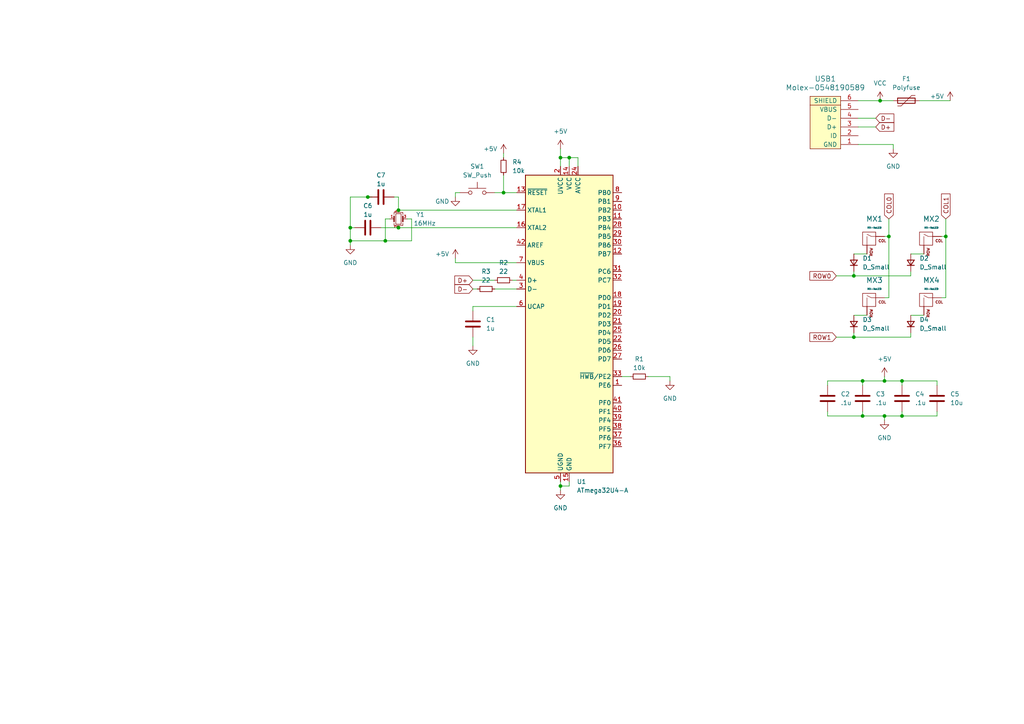
<source format=kicad_sch>
(kicad_sch (version 20230121) (generator eeschema)

  (uuid 7a8fd4a0-639c-40d1-9760-b4572d1be250)

  (paper "A4")

  (lib_symbols
    (symbol "Device:C" (pin_numbers hide) (pin_names (offset 0.254)) (in_bom yes) (on_board yes)
      (property "Reference" "C" (at 0.635 2.54 0)
        (effects (font (size 1.27 1.27)) (justify left))
      )
      (property "Value" "C" (at 0.635 -2.54 0)
        (effects (font (size 1.27 1.27)) (justify left))
      )
      (property "Footprint" "" (at 0.9652 -3.81 0)
        (effects (font (size 1.27 1.27)) hide)
      )
      (property "Datasheet" "~" (at 0 0 0)
        (effects (font (size 1.27 1.27)) hide)
      )
      (property "ki_keywords" "cap capacitor" (at 0 0 0)
        (effects (font (size 1.27 1.27)) hide)
      )
      (property "ki_description" "Unpolarized capacitor" (at 0 0 0)
        (effects (font (size 1.27 1.27)) hide)
      )
      (property "ki_fp_filters" "C_*" (at 0 0 0)
        (effects (font (size 1.27 1.27)) hide)
      )
      (symbol "C_0_1"
        (polyline
          (pts
            (xy -2.032 -0.762)
            (xy 2.032 -0.762)
          )
          (stroke (width 0.508) (type default))
          (fill (type none))
        )
        (polyline
          (pts
            (xy -2.032 0.762)
            (xy 2.032 0.762)
          )
          (stroke (width 0.508) (type default))
          (fill (type none))
        )
      )
      (symbol "C_1_1"
        (pin passive line (at 0 3.81 270) (length 2.794)
          (name "~" (effects (font (size 1.27 1.27))))
          (number "1" (effects (font (size 1.27 1.27))))
        )
        (pin passive line (at 0 -3.81 90) (length 2.794)
          (name "~" (effects (font (size 1.27 1.27))))
          (number "2" (effects (font (size 1.27 1.27))))
        )
      )
    )
    (symbol "Device:Crystal_GND24_Small" (pin_names (offset 1.016) hide) (in_bom yes) (on_board yes)
      (property "Reference" "Y" (at 1.27 4.445 0)
        (effects (font (size 1.27 1.27)) (justify left))
      )
      (property "Value" "Crystal_GND24_Small" (at 1.27 2.54 0)
        (effects (font (size 1.27 1.27)) (justify left))
      )
      (property "Footprint" "" (at 0 0 0)
        (effects (font (size 1.27 1.27)) hide)
      )
      (property "Datasheet" "~" (at 0 0 0)
        (effects (font (size 1.27 1.27)) hide)
      )
      (property "ki_keywords" "quartz ceramic resonator oscillator" (at 0 0 0)
        (effects (font (size 1.27 1.27)) hide)
      )
      (property "ki_description" "Four pin crystal, GND on pins 2 and 4, small symbol" (at 0 0 0)
        (effects (font (size 1.27 1.27)) hide)
      )
      (property "ki_fp_filters" "Crystal*" (at 0 0 0)
        (effects (font (size 1.27 1.27)) hide)
      )
      (symbol "Crystal_GND24_Small_0_1"
        (rectangle (start -0.762 -1.524) (end 0.762 1.524)
          (stroke (width 0) (type default))
          (fill (type none))
        )
        (polyline
          (pts
            (xy -1.27 -0.762)
            (xy -1.27 0.762)
          )
          (stroke (width 0.381) (type default))
          (fill (type none))
        )
        (polyline
          (pts
            (xy 1.27 -0.762)
            (xy 1.27 0.762)
          )
          (stroke (width 0.381) (type default))
          (fill (type none))
        )
        (polyline
          (pts
            (xy -1.27 -1.27)
            (xy -1.27 -1.905)
            (xy 1.27 -1.905)
            (xy 1.27 -1.27)
          )
          (stroke (width 0) (type default))
          (fill (type none))
        )
        (polyline
          (pts
            (xy -1.27 1.27)
            (xy -1.27 1.905)
            (xy 1.27 1.905)
            (xy 1.27 1.27)
          )
          (stroke (width 0) (type default))
          (fill (type none))
        )
      )
      (symbol "Crystal_GND24_Small_1_1"
        (pin passive line (at -2.54 0 0) (length 1.27)
          (name "1" (effects (font (size 1.27 1.27))))
          (number "1" (effects (font (size 0.762 0.762))))
        )
        (pin passive line (at 0 -2.54 90) (length 0.635)
          (name "2" (effects (font (size 1.27 1.27))))
          (number "2" (effects (font (size 0.762 0.762))))
        )
        (pin passive line (at 2.54 0 180) (length 1.27)
          (name "3" (effects (font (size 1.27 1.27))))
          (number "3" (effects (font (size 0.762 0.762))))
        )
        (pin passive line (at 0 2.54 270) (length 0.635)
          (name "4" (effects (font (size 1.27 1.27))))
          (number "4" (effects (font (size 0.762 0.762))))
        )
      )
    )
    (symbol "Device:D_Small" (pin_numbers hide) (pin_names (offset 0.254) hide) (in_bom yes) (on_board yes)
      (property "Reference" "D" (at -1.27 2.032 0)
        (effects (font (size 1.27 1.27)) (justify left))
      )
      (property "Value" "D_Small" (at -3.81 -2.032 0)
        (effects (font (size 1.27 1.27)) (justify left))
      )
      (property "Footprint" "" (at 0 0 90)
        (effects (font (size 1.27 1.27)) hide)
      )
      (property "Datasheet" "~" (at 0 0 90)
        (effects (font (size 1.27 1.27)) hide)
      )
      (property "Sim.Device" "D" (at 0 0 0)
        (effects (font (size 1.27 1.27)) hide)
      )
      (property "Sim.Pins" "1=K 2=A" (at 0 0 0)
        (effects (font (size 1.27 1.27)) hide)
      )
      (property "ki_keywords" "diode" (at 0 0 0)
        (effects (font (size 1.27 1.27)) hide)
      )
      (property "ki_description" "Diode, small symbol" (at 0 0 0)
        (effects (font (size 1.27 1.27)) hide)
      )
      (property "ki_fp_filters" "TO-???* *_Diode_* *SingleDiode* D_*" (at 0 0 0)
        (effects (font (size 1.27 1.27)) hide)
      )
      (symbol "D_Small_0_1"
        (polyline
          (pts
            (xy -0.762 -1.016)
            (xy -0.762 1.016)
          )
          (stroke (width 0.254) (type default))
          (fill (type none))
        )
        (polyline
          (pts
            (xy -0.762 0)
            (xy 0.762 0)
          )
          (stroke (width 0) (type default))
          (fill (type none))
        )
        (polyline
          (pts
            (xy 0.762 -1.016)
            (xy -0.762 0)
            (xy 0.762 1.016)
            (xy 0.762 -1.016)
          )
          (stroke (width 0.254) (type default))
          (fill (type none))
        )
      )
      (symbol "D_Small_1_1"
        (pin passive line (at -2.54 0 0) (length 1.778)
          (name "K" (effects (font (size 1.27 1.27))))
          (number "1" (effects (font (size 1.27 1.27))))
        )
        (pin passive line (at 2.54 0 180) (length 1.778)
          (name "A" (effects (font (size 1.27 1.27))))
          (number "2" (effects (font (size 1.27 1.27))))
        )
      )
    )
    (symbol "Device:Polyfuse" (pin_numbers hide) (pin_names (offset 0)) (in_bom yes) (on_board yes)
      (property "Reference" "F" (at -2.54 0 90)
        (effects (font (size 1.27 1.27)))
      )
      (property "Value" "Polyfuse" (at 2.54 0 90)
        (effects (font (size 1.27 1.27)))
      )
      (property "Footprint" "" (at 1.27 -5.08 0)
        (effects (font (size 1.27 1.27)) (justify left) hide)
      )
      (property "Datasheet" "~" (at 0 0 0)
        (effects (font (size 1.27 1.27)) hide)
      )
      (property "ki_keywords" "resettable fuse PTC PPTC polyfuse polyswitch" (at 0 0 0)
        (effects (font (size 1.27 1.27)) hide)
      )
      (property "ki_description" "Resettable fuse, polymeric positive temperature coefficient" (at 0 0 0)
        (effects (font (size 1.27 1.27)) hide)
      )
      (property "ki_fp_filters" "*polyfuse* *PTC*" (at 0 0 0)
        (effects (font (size 1.27 1.27)) hide)
      )
      (symbol "Polyfuse_0_1"
        (rectangle (start -0.762 2.54) (end 0.762 -2.54)
          (stroke (width 0.254) (type default))
          (fill (type none))
        )
        (polyline
          (pts
            (xy 0 2.54)
            (xy 0 -2.54)
          )
          (stroke (width 0) (type default))
          (fill (type none))
        )
        (polyline
          (pts
            (xy -1.524 2.54)
            (xy -1.524 1.524)
            (xy 1.524 -1.524)
            (xy 1.524 -2.54)
          )
          (stroke (width 0) (type default))
          (fill (type none))
        )
      )
      (symbol "Polyfuse_1_1"
        (pin passive line (at 0 3.81 270) (length 1.27)
          (name "~" (effects (font (size 1.27 1.27))))
          (number "1" (effects (font (size 1.27 1.27))))
        )
        (pin passive line (at 0 -3.81 90) (length 1.27)
          (name "~" (effects (font (size 1.27 1.27))))
          (number "2" (effects (font (size 1.27 1.27))))
        )
      )
    )
    (symbol "Device:R_Small" (pin_numbers hide) (pin_names (offset 0.254) hide) (in_bom yes) (on_board yes)
      (property "Reference" "R" (at 0.762 0.508 0)
        (effects (font (size 1.27 1.27)) (justify left))
      )
      (property "Value" "R_Small" (at 0.762 -1.016 0)
        (effects (font (size 1.27 1.27)) (justify left))
      )
      (property "Footprint" "" (at 0 0 0)
        (effects (font (size 1.27 1.27)) hide)
      )
      (property "Datasheet" "~" (at 0 0 0)
        (effects (font (size 1.27 1.27)) hide)
      )
      (property "ki_keywords" "R resistor" (at 0 0 0)
        (effects (font (size 1.27 1.27)) hide)
      )
      (property "ki_description" "Resistor, small symbol" (at 0 0 0)
        (effects (font (size 1.27 1.27)) hide)
      )
      (property "ki_fp_filters" "R_*" (at 0 0 0)
        (effects (font (size 1.27 1.27)) hide)
      )
      (symbol "R_Small_0_1"
        (rectangle (start -0.762 1.778) (end 0.762 -1.778)
          (stroke (width 0.2032) (type default))
          (fill (type none))
        )
      )
      (symbol "R_Small_1_1"
        (pin passive line (at 0 2.54 270) (length 0.762)
          (name "~" (effects (font (size 1.27 1.27))))
          (number "1" (effects (font (size 1.27 1.27))))
        )
        (pin passive line (at 0 -2.54 90) (length 0.762)
          (name "~" (effects (font (size 1.27 1.27))))
          (number "2" (effects (font (size 1.27 1.27))))
        )
      )
    )
    (symbol "MCU_Microchip_ATmega:ATmega32U4-A" (in_bom yes) (on_board yes)
      (property "Reference" "U" (at -12.7 44.45 0)
        (effects (font (size 1.27 1.27)) (justify left bottom))
      )
      (property "Value" "ATmega32U4-A" (at 2.54 -44.45 0)
        (effects (font (size 1.27 1.27)) (justify left top))
      )
      (property "Footprint" "Package_QFP:TQFP-44_10x10mm_P0.8mm" (at 0 0 0)
        (effects (font (size 1.27 1.27) italic) hide)
      )
      (property "Datasheet" "http://ww1.microchip.com/downloads/en/DeviceDoc/Atmel-7766-8-bit-AVR-ATmega16U4-32U4_Datasheet.pdf" (at 0 0 0)
        (effects (font (size 1.27 1.27)) hide)
      )
      (property "ki_keywords" "AVR 8bit Microcontroller MegaAVR USB" (at 0 0 0)
        (effects (font (size 1.27 1.27)) hide)
      )
      (property "ki_description" "16MHz, 32kB Flash, 2.5kB SRAM, 1kB EEPROM, USB 2.0, TQFP-44" (at 0 0 0)
        (effects (font (size 1.27 1.27)) hide)
      )
      (property "ki_fp_filters" "TQFP*10x10mm*P0.8mm*" (at 0 0 0)
        (effects (font (size 1.27 1.27)) hide)
      )
      (symbol "ATmega32U4-A_0_1"
        (rectangle (start -12.7 -43.18) (end 12.7 43.18)
          (stroke (width 0.254) (type default))
          (fill (type background))
        )
      )
      (symbol "ATmega32U4-A_1_1"
        (pin bidirectional line (at 15.24 -17.78 180) (length 2.54)
          (name "PE6" (effects (font (size 1.27 1.27))))
          (number "1" (effects (font (size 1.27 1.27))))
        )
        (pin bidirectional line (at 15.24 33.02 180) (length 2.54)
          (name "PB2" (effects (font (size 1.27 1.27))))
          (number "10" (effects (font (size 1.27 1.27))))
        )
        (pin bidirectional line (at 15.24 30.48 180) (length 2.54)
          (name "PB3" (effects (font (size 1.27 1.27))))
          (number "11" (effects (font (size 1.27 1.27))))
        )
        (pin bidirectional line (at 15.24 20.32 180) (length 2.54)
          (name "PB7" (effects (font (size 1.27 1.27))))
          (number "12" (effects (font (size 1.27 1.27))))
        )
        (pin input line (at -15.24 38.1 0) (length 2.54)
          (name "~{RESET}" (effects (font (size 1.27 1.27))))
          (number "13" (effects (font (size 1.27 1.27))))
        )
        (pin power_in line (at 0 45.72 270) (length 2.54)
          (name "VCC" (effects (font (size 1.27 1.27))))
          (number "14" (effects (font (size 1.27 1.27))))
        )
        (pin power_in line (at 0 -45.72 90) (length 2.54)
          (name "GND" (effects (font (size 1.27 1.27))))
          (number "15" (effects (font (size 1.27 1.27))))
        )
        (pin output line (at -15.24 27.94 0) (length 2.54)
          (name "XTAL2" (effects (font (size 1.27 1.27))))
          (number "16" (effects (font (size 1.27 1.27))))
        )
        (pin input line (at -15.24 33.02 0) (length 2.54)
          (name "XTAL1" (effects (font (size 1.27 1.27))))
          (number "17" (effects (font (size 1.27 1.27))))
        )
        (pin bidirectional line (at 15.24 7.62 180) (length 2.54)
          (name "PD0" (effects (font (size 1.27 1.27))))
          (number "18" (effects (font (size 1.27 1.27))))
        )
        (pin bidirectional line (at 15.24 5.08 180) (length 2.54)
          (name "PD1" (effects (font (size 1.27 1.27))))
          (number "19" (effects (font (size 1.27 1.27))))
        )
        (pin power_in line (at -2.54 45.72 270) (length 2.54)
          (name "UVCC" (effects (font (size 1.27 1.27))))
          (number "2" (effects (font (size 1.27 1.27))))
        )
        (pin bidirectional line (at 15.24 2.54 180) (length 2.54)
          (name "PD2" (effects (font (size 1.27 1.27))))
          (number "20" (effects (font (size 1.27 1.27))))
        )
        (pin bidirectional line (at 15.24 0 180) (length 2.54)
          (name "PD3" (effects (font (size 1.27 1.27))))
          (number "21" (effects (font (size 1.27 1.27))))
        )
        (pin bidirectional line (at 15.24 -5.08 180) (length 2.54)
          (name "PD5" (effects (font (size 1.27 1.27))))
          (number "22" (effects (font (size 1.27 1.27))))
        )
        (pin passive line (at 0 -45.72 90) (length 2.54) hide
          (name "GND" (effects (font (size 1.27 1.27))))
          (number "23" (effects (font (size 1.27 1.27))))
        )
        (pin power_in line (at 2.54 45.72 270) (length 2.54)
          (name "AVCC" (effects (font (size 1.27 1.27))))
          (number "24" (effects (font (size 1.27 1.27))))
        )
        (pin bidirectional line (at 15.24 -2.54 180) (length 2.54)
          (name "PD4" (effects (font (size 1.27 1.27))))
          (number "25" (effects (font (size 1.27 1.27))))
        )
        (pin bidirectional line (at 15.24 -7.62 180) (length 2.54)
          (name "PD6" (effects (font (size 1.27 1.27))))
          (number "26" (effects (font (size 1.27 1.27))))
        )
        (pin bidirectional line (at 15.24 -10.16 180) (length 2.54)
          (name "PD7" (effects (font (size 1.27 1.27))))
          (number "27" (effects (font (size 1.27 1.27))))
        )
        (pin bidirectional line (at 15.24 27.94 180) (length 2.54)
          (name "PB4" (effects (font (size 1.27 1.27))))
          (number "28" (effects (font (size 1.27 1.27))))
        )
        (pin bidirectional line (at 15.24 25.4 180) (length 2.54)
          (name "PB5" (effects (font (size 1.27 1.27))))
          (number "29" (effects (font (size 1.27 1.27))))
        )
        (pin bidirectional line (at -15.24 10.16 0) (length 2.54)
          (name "D-" (effects (font (size 1.27 1.27))))
          (number "3" (effects (font (size 1.27 1.27))))
        )
        (pin bidirectional line (at 15.24 22.86 180) (length 2.54)
          (name "PB6" (effects (font (size 1.27 1.27))))
          (number "30" (effects (font (size 1.27 1.27))))
        )
        (pin bidirectional line (at 15.24 15.24 180) (length 2.54)
          (name "PC6" (effects (font (size 1.27 1.27))))
          (number "31" (effects (font (size 1.27 1.27))))
        )
        (pin bidirectional line (at 15.24 12.7 180) (length 2.54)
          (name "PC7" (effects (font (size 1.27 1.27))))
          (number "32" (effects (font (size 1.27 1.27))))
        )
        (pin bidirectional line (at 15.24 -15.24 180) (length 2.54)
          (name "~{HWB}/PE2" (effects (font (size 1.27 1.27))))
          (number "33" (effects (font (size 1.27 1.27))))
        )
        (pin passive line (at 0 45.72 270) (length 2.54) hide
          (name "VCC" (effects (font (size 1.27 1.27))))
          (number "34" (effects (font (size 1.27 1.27))))
        )
        (pin passive line (at 0 -45.72 90) (length 2.54) hide
          (name "GND" (effects (font (size 1.27 1.27))))
          (number "35" (effects (font (size 1.27 1.27))))
        )
        (pin bidirectional line (at 15.24 -35.56 180) (length 2.54)
          (name "PF7" (effects (font (size 1.27 1.27))))
          (number "36" (effects (font (size 1.27 1.27))))
        )
        (pin bidirectional line (at 15.24 -33.02 180) (length 2.54)
          (name "PF6" (effects (font (size 1.27 1.27))))
          (number "37" (effects (font (size 1.27 1.27))))
        )
        (pin bidirectional line (at 15.24 -30.48 180) (length 2.54)
          (name "PF5" (effects (font (size 1.27 1.27))))
          (number "38" (effects (font (size 1.27 1.27))))
        )
        (pin bidirectional line (at 15.24 -27.94 180) (length 2.54)
          (name "PF4" (effects (font (size 1.27 1.27))))
          (number "39" (effects (font (size 1.27 1.27))))
        )
        (pin bidirectional line (at -15.24 12.7 0) (length 2.54)
          (name "D+" (effects (font (size 1.27 1.27))))
          (number "4" (effects (font (size 1.27 1.27))))
        )
        (pin bidirectional line (at 15.24 -25.4 180) (length 2.54)
          (name "PF1" (effects (font (size 1.27 1.27))))
          (number "40" (effects (font (size 1.27 1.27))))
        )
        (pin bidirectional line (at 15.24 -22.86 180) (length 2.54)
          (name "PF0" (effects (font (size 1.27 1.27))))
          (number "41" (effects (font (size 1.27 1.27))))
        )
        (pin passive line (at -15.24 22.86 0) (length 2.54)
          (name "AREF" (effects (font (size 1.27 1.27))))
          (number "42" (effects (font (size 1.27 1.27))))
        )
        (pin passive line (at 0 -45.72 90) (length 2.54) hide
          (name "GND" (effects (font (size 1.27 1.27))))
          (number "43" (effects (font (size 1.27 1.27))))
        )
        (pin passive line (at 2.54 45.72 270) (length 2.54) hide
          (name "AVCC" (effects (font (size 1.27 1.27))))
          (number "44" (effects (font (size 1.27 1.27))))
        )
        (pin passive line (at -2.54 -45.72 90) (length 2.54)
          (name "UGND" (effects (font (size 1.27 1.27))))
          (number "5" (effects (font (size 1.27 1.27))))
        )
        (pin passive line (at -15.24 5.08 0) (length 2.54)
          (name "UCAP" (effects (font (size 1.27 1.27))))
          (number "6" (effects (font (size 1.27 1.27))))
        )
        (pin input line (at -15.24 17.78 0) (length 2.54)
          (name "VBUS" (effects (font (size 1.27 1.27))))
          (number "7" (effects (font (size 1.27 1.27))))
        )
        (pin bidirectional line (at 15.24 38.1 180) (length 2.54)
          (name "PB0" (effects (font (size 1.27 1.27))))
          (number "8" (effects (font (size 1.27 1.27))))
        )
        (pin bidirectional line (at 15.24 35.56 180) (length 2.54)
          (name "PB1" (effects (font (size 1.27 1.27))))
          (number "9" (effects (font (size 1.27 1.27))))
        )
      )
    )
    (symbol "MX_Alps_Hybrid:MX-NoLED" (pin_names (offset 1.016)) (in_bom yes) (on_board yes)
      (property "Reference" "MX" (at -0.635 3.81 0)
        (effects (font (size 1.524 1.524)))
      )
      (property "Value" "MX-NoLED" (at -0.635 1.27 0)
        (effects (font (size 0.508 0.508)))
      )
      (property "Footprint" "" (at -15.875 -0.635 0)
        (effects (font (size 1.524 1.524)) hide)
      )
      (property "Datasheet" "" (at -15.875 -0.635 0)
        (effects (font (size 1.524 1.524)) hide)
      )
      (symbol "MX-NoLED_0_0"
        (rectangle (start -2.54 2.54) (end 1.27 -1.27)
          (stroke (width 0) (type solid))
          (fill (type none))
        )
        (polyline
          (pts
            (xy -1.27 -1.27)
            (xy -1.27 1.27)
          )
          (stroke (width 0.127) (type solid))
          (fill (type none))
        )
        (polyline
          (pts
            (xy 1.27 1.27)
            (xy 0 1.27)
            (xy -1.27 1.905)
          )
          (stroke (width 0.127) (type solid))
          (fill (type none))
        )
        (text "COL" (at 3.175 0 0)
          (effects (font (size 0.762 0.762)))
        )
        (text "ROW" (at 0 -1.905 900)
          (effects (font (size 0.762 0.762)) (justify right))
        )
      )
      (symbol "MX-NoLED_1_1"
        (pin passive line (at 3.81 1.27 180) (length 2.54)
          (name "COL" (effects (font (size 0 0))))
          (number "1" (effects (font (size 0 0))))
        )
        (pin passive line (at -1.27 -3.81 90) (length 2.54)
          (name "ROW" (effects (font (size 0 0))))
          (number "2" (effects (font (size 0 0))))
        )
      )
    )
    (symbol "Switch:SW_Push" (pin_numbers hide) (pin_names (offset 1.016) hide) (in_bom yes) (on_board yes)
      (property "Reference" "SW" (at 1.27 2.54 0)
        (effects (font (size 1.27 1.27)) (justify left))
      )
      (property "Value" "SW_Push" (at 0 -1.524 0)
        (effects (font (size 1.27 1.27)))
      )
      (property "Footprint" "" (at 0 5.08 0)
        (effects (font (size 1.27 1.27)) hide)
      )
      (property "Datasheet" "~" (at 0 5.08 0)
        (effects (font (size 1.27 1.27)) hide)
      )
      (property "ki_keywords" "switch normally-open pushbutton push-button" (at 0 0 0)
        (effects (font (size 1.27 1.27)) hide)
      )
      (property "ki_description" "Push button switch, generic, two pins" (at 0 0 0)
        (effects (font (size 1.27 1.27)) hide)
      )
      (symbol "SW_Push_0_1"
        (circle (center -2.032 0) (radius 0.508)
          (stroke (width 0) (type default))
          (fill (type none))
        )
        (polyline
          (pts
            (xy 0 1.27)
            (xy 0 3.048)
          )
          (stroke (width 0) (type default))
          (fill (type none))
        )
        (polyline
          (pts
            (xy 2.54 1.27)
            (xy -2.54 1.27)
          )
          (stroke (width 0) (type default))
          (fill (type none))
        )
        (circle (center 2.032 0) (radius 0.508)
          (stroke (width 0) (type default))
          (fill (type none))
        )
        (pin passive line (at -5.08 0 0) (length 2.54)
          (name "1" (effects (font (size 1.27 1.27))))
          (number "1" (effects (font (size 1.27 1.27))))
        )
        (pin passive line (at 5.08 0 180) (length 2.54)
          (name "2" (effects (font (size 1.27 1.27))))
          (number "2" (effects (font (size 1.27 1.27))))
        )
      )
    )
    (symbol "power:+5V" (power) (pin_names (offset 0)) (in_bom yes) (on_board yes)
      (property "Reference" "#PWR" (at 0 -3.81 0)
        (effects (font (size 1.27 1.27)) hide)
      )
      (property "Value" "+5V" (at 0 3.556 0)
        (effects (font (size 1.27 1.27)))
      )
      (property "Footprint" "" (at 0 0 0)
        (effects (font (size 1.27 1.27)) hide)
      )
      (property "Datasheet" "" (at 0 0 0)
        (effects (font (size 1.27 1.27)) hide)
      )
      (property "ki_keywords" "global power" (at 0 0 0)
        (effects (font (size 1.27 1.27)) hide)
      )
      (property "ki_description" "Power symbol creates a global label with name \"+5V\"" (at 0 0 0)
        (effects (font (size 1.27 1.27)) hide)
      )
      (symbol "+5V_0_1"
        (polyline
          (pts
            (xy -0.762 1.27)
            (xy 0 2.54)
          )
          (stroke (width 0) (type default))
          (fill (type none))
        )
        (polyline
          (pts
            (xy 0 0)
            (xy 0 2.54)
          )
          (stroke (width 0) (type default))
          (fill (type none))
        )
        (polyline
          (pts
            (xy 0 2.54)
            (xy 0.762 1.27)
          )
          (stroke (width 0) (type default))
          (fill (type none))
        )
      )
      (symbol "+5V_1_1"
        (pin power_in line (at 0 0 90) (length 0) hide
          (name "+5V" (effects (font (size 1.27 1.27))))
          (number "1" (effects (font (size 1.27 1.27))))
        )
      )
    )
    (symbol "power:GND" (power) (pin_names (offset 0)) (in_bom yes) (on_board yes)
      (property "Reference" "#PWR" (at 0 -6.35 0)
        (effects (font (size 1.27 1.27)) hide)
      )
      (property "Value" "GND" (at 0 -3.81 0)
        (effects (font (size 1.27 1.27)))
      )
      (property "Footprint" "" (at 0 0 0)
        (effects (font (size 1.27 1.27)) hide)
      )
      (property "Datasheet" "" (at 0 0 0)
        (effects (font (size 1.27 1.27)) hide)
      )
      (property "ki_keywords" "global power" (at 0 0 0)
        (effects (font (size 1.27 1.27)) hide)
      )
      (property "ki_description" "Power symbol creates a global label with name \"GND\" , ground" (at 0 0 0)
        (effects (font (size 1.27 1.27)) hide)
      )
      (symbol "GND_0_1"
        (polyline
          (pts
            (xy 0 0)
            (xy 0 -1.27)
            (xy 1.27 -1.27)
            (xy 0 -2.54)
            (xy -1.27 -1.27)
            (xy 0 -1.27)
          )
          (stroke (width 0) (type default))
          (fill (type none))
        )
      )
      (symbol "GND_1_1"
        (pin power_in line (at 0 0 270) (length 0) hide
          (name "GND" (effects (font (size 1.27 1.27))))
          (number "1" (effects (font (size 1.27 1.27))))
        )
      )
    )
    (symbol "power:VCC" (power) (pin_names (offset 0)) (in_bom yes) (on_board yes)
      (property "Reference" "#PWR" (at 0 -3.81 0)
        (effects (font (size 1.27 1.27)) hide)
      )
      (property "Value" "VCC" (at 0 3.81 0)
        (effects (font (size 1.27 1.27)))
      )
      (property "Footprint" "" (at 0 0 0)
        (effects (font (size 1.27 1.27)) hide)
      )
      (property "Datasheet" "" (at 0 0 0)
        (effects (font (size 1.27 1.27)) hide)
      )
      (property "ki_keywords" "global power" (at 0 0 0)
        (effects (font (size 1.27 1.27)) hide)
      )
      (property "ki_description" "Power symbol creates a global label with name \"VCC\"" (at 0 0 0)
        (effects (font (size 1.27 1.27)) hide)
      )
      (symbol "VCC_0_1"
        (polyline
          (pts
            (xy -0.762 1.27)
            (xy 0 2.54)
          )
          (stroke (width 0) (type default))
          (fill (type none))
        )
        (polyline
          (pts
            (xy 0 0)
            (xy 0 2.54)
          )
          (stroke (width 0) (type default))
          (fill (type none))
        )
        (polyline
          (pts
            (xy 0 2.54)
            (xy 0.762 1.27)
          )
          (stroke (width 0) (type default))
          (fill (type none))
        )
      )
      (symbol "VCC_1_1"
        (pin power_in line (at 0 0 90) (length 0) hide
          (name "VCC" (effects (font (size 1.27 1.27))))
          (number "1" (effects (font (size 1.27 1.27))))
        )
      )
    )
    (symbol "random-keyboard-parts:Molex-0548190589" (pin_names (offset 1.016)) (in_bom yes) (on_board yes)
      (property "Reference" "USB" (at 0 7.62 0)
        (effects (font (size 1.524 1.524)))
      )
      (property "Value" "Molex-0548190589" (at 0 10.16 0)
        (effects (font (size 1.524 1.524)))
      )
      (property "Footprint" "" (at 0 0 0)
        (effects (font (size 1.524 1.524)) hide)
      )
      (property "Datasheet" "" (at 0 0 0)
        (effects (font (size 1.524 1.524)) hide)
      )
      (symbol "Molex-0548190589_0_0"
        (polyline
          (pts
            (xy 6.35 -2.54)
            (xy 6.35 6.35)
          )
          (stroke (width 0) (type solid))
          (fill (type none))
        )
        (rectangle (start 8.89 -2.54) (end -6.35 6.35)
          (stroke (width 0) (type solid))
          (fill (type background))
        )
      )
      (symbol "Molex-0548190589_1_1"
        (pin input line (at -5.08 -7.62 90) (length 5.08)
          (name "GND" (effects (font (size 1.27 1.27))))
          (number "1" (effects (font (size 1.27 1.27))))
        )
        (pin input line (at -2.54 -7.62 90) (length 5.08)
          (name "ID" (effects (font (size 1.27 1.27))))
          (number "2" (effects (font (size 1.27 1.27))))
        )
        (pin input line (at 0 -7.62 90) (length 5.08)
          (name "D+" (effects (font (size 1.27 1.27))))
          (number "3" (effects (font (size 1.27 1.27))))
        )
        (pin input line (at 2.54 -7.62 90) (length 5.08)
          (name "D-" (effects (font (size 1.27 1.27))))
          (number "4" (effects (font (size 1.27 1.27))))
        )
        (pin input line (at 5.08 -7.62 90) (length 5.08)
          (name "VBUS" (effects (font (size 1.27 1.27))))
          (number "5" (effects (font (size 1.27 1.27))))
        )
        (pin input line (at 7.62 -7.62 90) (length 5.08)
          (name "SHIELD" (effects (font (size 1.27 1.27))))
          (number "6" (effects (font (size 1.27 1.27))))
        )
      )
    )
  )

  (junction (at 111.76 69.85) (diameter 0) (color 0 0 0 0)
    (uuid 14f521e1-69f0-43b6-947e-01ceb3bbfcee)
  )
  (junction (at 146.05 55.88) (diameter 0) (color 0 0 0 0)
    (uuid 16cd8e32-b7f9-4682-b333-a95875d0a493)
  )
  (junction (at 261.62 120.65) (diameter 0) (color 0 0 0 0)
    (uuid 248895bd-95f6-403c-bada-956361542cc9)
  )
  (junction (at 256.54 120.65) (diameter 0) (color 0 0 0 0)
    (uuid 39ece103-587c-4a07-87f6-c011bcb16e57)
  )
  (junction (at 247.65 97.79) (diameter 0) (color 0 0 0 0)
    (uuid 3c63c8d0-278b-4fe4-8442-61132f1ae7ea)
  )
  (junction (at 250.19 110.49) (diameter 0) (color 0 0 0 0)
    (uuid 43e74b80-0942-4602-bb0e-41dc5d3c6760)
  )
  (junction (at 115.57 66.04) (diameter 0) (color 0 0 0 0)
    (uuid 5037c159-97b9-420f-85c4-985026a4375f)
  )
  (junction (at 247.65 80.01) (diameter 0) (color 0 0 0 0)
    (uuid 587f279a-f1e1-4959-be0d-767bead89070)
  )
  (junction (at 106.68 57.15) (diameter 0) (color 0 0 0 0)
    (uuid 63c1be8f-9afa-400f-bdac-a3359114cbcb)
  )
  (junction (at 250.19 120.65) (diameter 0) (color 0 0 0 0)
    (uuid 6850d4ef-b878-4d12-8fa1-3cfedf51389a)
  )
  (junction (at 115.57 60.96) (diameter 0) (color 0 0 0 0)
    (uuid 755d127d-bc0c-46b6-a17e-6b2a3331c529)
  )
  (junction (at 101.6 66.04) (diameter 0) (color 0 0 0 0)
    (uuid 8e1be121-c8ca-413e-86a2-6044ac6e1b07)
  )
  (junction (at 165.1 45.72) (diameter 0) (color 0 0 0 0)
    (uuid a9587e3c-ff20-4b76-a893-8931047a517f)
  )
  (junction (at 274.32 68.58) (diameter 0) (color 0 0 0 0)
    (uuid ae6250ea-7aa7-4e84-87f1-70820a637d75)
  )
  (junction (at 101.6 69.85) (diameter 0) (color 0 0 0 0)
    (uuid b59c29d3-b627-437d-81ae-5f7cca8c6c76)
  )
  (junction (at 162.56 45.72) (diameter 0) (color 0 0 0 0)
    (uuid b6909dad-e355-40c6-b301-95c9214f7cd8)
  )
  (junction (at 256.54 110.49) (diameter 0) (color 0 0 0 0)
    (uuid c9714042-0af2-49f2-9eb7-2087318da234)
  )
  (junction (at 257.81 68.58) (diameter 0) (color 0 0 0 0)
    (uuid df2f5df6-2332-4986-b678-15ba766778c5)
  )
  (junction (at 255.27 29.21) (diameter 0) (color 0 0 0 0)
    (uuid e4fd7ff8-a680-4008-bfa7-304c1eac7001)
  )
  (junction (at 162.56 140.97) (diameter 0) (color 0 0 0 0)
    (uuid f30622fa-fc83-421c-9268-4445ded11dae)
  )
  (junction (at 261.62 110.49) (diameter 0) (color 0 0 0 0)
    (uuid fb2cb15e-9a00-4c79-a180-039e09f08dfc)
  )

  (wire (pts (xy 106.68 57.15) (xy 101.6 57.15))
    (stroke (width 0) (type default))
    (uuid 03070aa9-84cb-4f6f-a1b8-e7bf10455ff1)
  )
  (wire (pts (xy 273.05 86.36) (xy 274.32 86.36))
    (stroke (width 0) (type default))
    (uuid 032f622e-d1eb-4c56-b712-8036b73052ac)
  )
  (wire (pts (xy 248.92 29.21) (xy 255.27 29.21))
    (stroke (width 0) (type default))
    (uuid 09dffa02-2322-44fe-b7be-41f450d13afb)
  )
  (wire (pts (xy 143.51 55.88) (xy 146.05 55.88))
    (stroke (width 0) (type default))
    (uuid 0d368e33-d016-4802-8e53-133e1cc952c3)
  )
  (wire (pts (xy 261.62 120.65) (xy 271.78 120.65))
    (stroke (width 0) (type default))
    (uuid 1060874c-6629-4fa0-948b-81f9a80cacb4)
  )
  (wire (pts (xy 247.65 97.79) (xy 264.16 97.79))
    (stroke (width 0) (type default))
    (uuid 114b4729-9707-4e64-8987-26b956e8d355)
  )
  (wire (pts (xy 250.19 111.76) (xy 250.19 110.49))
    (stroke (width 0) (type default))
    (uuid 12b6714f-7c7a-4940-9559-7dbb57c73cd6)
  )
  (wire (pts (xy 256.54 109.22) (xy 256.54 110.49))
    (stroke (width 0) (type default))
    (uuid 14271b00-8837-4bfa-810c-666d5fbb692d)
  )
  (wire (pts (xy 107.95 57.15) (xy 106.68 57.15))
    (stroke (width 0) (type default))
    (uuid 156e7c79-019c-44f8-9981-d036c14b8b75)
  )
  (wire (pts (xy 101.6 66.04) (xy 101.6 69.85))
    (stroke (width 0) (type default))
    (uuid 17ecf924-81be-499c-aeff-7f58b3c2b436)
  )
  (wire (pts (xy 240.03 111.76) (xy 240.03 110.49))
    (stroke (width 0) (type default))
    (uuid 183ac744-25e2-4a7d-a13c-e5eca2bdd1f9)
  )
  (wire (pts (xy 242.57 97.79) (xy 247.65 97.79))
    (stroke (width 0) (type default))
    (uuid 1b087c74-719f-4601-802d-60a4d25c8a46)
  )
  (wire (pts (xy 250.19 110.49) (xy 256.54 110.49))
    (stroke (width 0) (type default))
    (uuid 1ba41b34-eabc-44de-acb1-b7621f5a3ecf)
  )
  (wire (pts (xy 255.27 29.21) (xy 259.08 29.21))
    (stroke (width 0) (type default))
    (uuid 1e081c5c-e052-4f1a-b47c-a5e433c41803)
  )
  (wire (pts (xy 146.05 44.45) (xy 146.05 45.72))
    (stroke (width 0) (type default))
    (uuid 1f109888-3eb9-485d-a977-d22c0d237e16)
  )
  (wire (pts (xy 165.1 45.72) (xy 167.64 45.72))
    (stroke (width 0) (type default))
    (uuid 2056f4a4-cd85-4497-b967-9ebb19ec1ffd)
  )
  (wire (pts (xy 247.65 96.52) (xy 247.65 97.79))
    (stroke (width 0) (type default))
    (uuid 240050f2-cd9f-4572-825b-5ef422281e22)
  )
  (wire (pts (xy 165.1 45.72) (xy 165.1 48.26))
    (stroke (width 0) (type default))
    (uuid 24bdc236-9d92-48cf-b0a7-7096e2f8ea5a)
  )
  (wire (pts (xy 162.56 139.7) (xy 162.56 140.97))
    (stroke (width 0) (type default))
    (uuid 253b60b1-0340-4339-bd91-01ec483f000e)
  )
  (wire (pts (xy 165.1 140.97) (xy 165.1 139.7))
    (stroke (width 0) (type default))
    (uuid 25d5302e-01d9-4731-806e-ff3f8a445555)
  )
  (wire (pts (xy 162.56 43.18) (xy 162.56 45.72))
    (stroke (width 0) (type default))
    (uuid 2a9c257d-b7da-428b-aba1-fa877003a68c)
  )
  (wire (pts (xy 247.65 80.01) (xy 264.16 80.01))
    (stroke (width 0) (type default))
    (uuid 34c0913c-35fd-4019-b9d1-2ffb2677421a)
  )
  (wire (pts (xy 137.16 88.9) (xy 137.16 90.17))
    (stroke (width 0) (type default))
    (uuid 37e47d6d-1b19-4a54-b115-e9670bbe658e)
  )
  (wire (pts (xy 101.6 57.15) (xy 101.6 66.04))
    (stroke (width 0) (type default))
    (uuid 3e6eb678-2d38-4432-abaa-a3f06ab05fe8)
  )
  (wire (pts (xy 264.16 96.52) (xy 264.16 97.79))
    (stroke (width 0) (type default))
    (uuid 3ef30a95-c606-45a0-b14f-52d918db87fe)
  )
  (wire (pts (xy 259.08 41.91) (xy 259.08 43.18))
    (stroke (width 0) (type default))
    (uuid 3f50daf6-1560-4ede-8730-91d704d368e0)
  )
  (wire (pts (xy 261.62 120.65) (xy 261.62 119.38))
    (stroke (width 0) (type default))
    (uuid 46f98b14-8c40-4f00-8e00-7131f52b3ad9)
  )
  (wire (pts (xy 247.65 73.66) (xy 251.46 73.66))
    (stroke (width 0) (type default))
    (uuid 4bbd053b-a4b1-41e3-8f1a-46a4e867f787)
  )
  (wire (pts (xy 149.86 76.2) (xy 132.08 76.2))
    (stroke (width 0) (type default))
    (uuid 4bbe4aa0-df19-4f2a-867a-bd2bcdc8d3f1)
  )
  (wire (pts (xy 266.7 29.21) (xy 275.59 29.21))
    (stroke (width 0) (type default))
    (uuid 4c3dd2b7-a128-4f5b-9a93-af36f9c066d1)
  )
  (wire (pts (xy 248.92 41.91) (xy 259.08 41.91))
    (stroke (width 0) (type default))
    (uuid 4df1bd5c-3a34-4e23-a85e-e950ef6aeb59)
  )
  (wire (pts (xy 264.16 78.74) (xy 264.16 80.01))
    (stroke (width 0) (type default))
    (uuid 5030cbba-b054-4ec9-844d-e7b1848d13aa)
  )
  (wire (pts (xy 115.57 60.96) (xy 115.57 57.15))
    (stroke (width 0) (type default))
    (uuid 519c8773-4507-4608-9ab9-fd2cb21012b4)
  )
  (wire (pts (xy 110.49 66.04) (xy 115.57 66.04))
    (stroke (width 0) (type default))
    (uuid 55e00f67-5317-49ea-a28c-d61f7273ee8f)
  )
  (wire (pts (xy 146.05 50.8) (xy 146.05 55.88))
    (stroke (width 0) (type default))
    (uuid 58315afe-0092-4466-9da1-8476686b2aaa)
  )
  (wire (pts (xy 118.11 63.5) (xy 119.38 63.5))
    (stroke (width 0) (type default))
    (uuid 590c5e48-792a-4fee-b48f-ba1d42f42828)
  )
  (wire (pts (xy 240.03 110.49) (xy 250.19 110.49))
    (stroke (width 0) (type default))
    (uuid 5a7ed546-0ae9-438c-92de-29512e401528)
  )
  (wire (pts (xy 257.81 63.5) (xy 257.81 68.58))
    (stroke (width 0) (type default))
    (uuid 5f0ee01e-d27b-4961-a92e-348240de9598)
  )
  (wire (pts (xy 256.54 120.65) (xy 256.54 121.92))
    (stroke (width 0) (type default))
    (uuid 6155823c-63d1-4fbb-96f5-3d08349d8607)
  )
  (wire (pts (xy 187.96 109.22) (xy 194.31 109.22))
    (stroke (width 0) (type default))
    (uuid 621b3e6a-ef30-4765-a069-f9e7154dfd6e)
  )
  (wire (pts (xy 113.03 63.5) (xy 111.76 63.5))
    (stroke (width 0) (type default))
    (uuid 6b94a037-dc6c-4d70-8485-2d2315ad5eb6)
  )
  (wire (pts (xy 254 34.29) (xy 248.92 34.29))
    (stroke (width 0) (type default))
    (uuid 6da0462d-3140-42db-b6c0-f0fc6757d6fe)
  )
  (wire (pts (xy 143.51 83.82) (xy 149.86 83.82))
    (stroke (width 0) (type default))
    (uuid 780166c7-21d7-4112-8909-927a130c0a25)
  )
  (wire (pts (xy 111.76 69.85) (xy 119.38 69.85))
    (stroke (width 0) (type default))
    (uuid 781cd2f4-fd1b-46f3-b54c-983ea85c7d46)
  )
  (wire (pts (xy 137.16 88.9) (xy 149.86 88.9))
    (stroke (width 0) (type default))
    (uuid 788f8df0-3ed8-4bcc-93d5-86bd7cf5c0a9)
  )
  (wire (pts (xy 247.65 91.44) (xy 251.46 91.44))
    (stroke (width 0) (type default))
    (uuid 79fe1b07-3bff-4377-abd7-a76e2dc7e800)
  )
  (wire (pts (xy 256.54 120.65) (xy 261.62 120.65))
    (stroke (width 0) (type default))
    (uuid 7ca5cbbb-d2e1-4e92-9515-6946c464b70f)
  )
  (wire (pts (xy 137.16 83.82) (xy 138.43 83.82))
    (stroke (width 0) (type default))
    (uuid 802659cb-31a5-4954-8cee-4a34652cd5fc)
  )
  (wire (pts (xy 132.08 55.88) (xy 133.35 55.88))
    (stroke (width 0) (type default))
    (uuid 84f95900-3ccf-4d62-887e-6b555b7077d8)
  )
  (wire (pts (xy 274.32 68.58) (xy 274.32 86.36))
    (stroke (width 0) (type default))
    (uuid 85eca060-6ef7-4af7-bdb3-af92b721bd27)
  )
  (wire (pts (xy 162.56 45.72) (xy 162.56 48.26))
    (stroke (width 0) (type default))
    (uuid 8e2f4424-15f8-40c1-b04f-faa0e5b54a09)
  )
  (wire (pts (xy 101.6 66.04) (xy 102.87 66.04))
    (stroke (width 0) (type default))
    (uuid 92e205ce-e45b-447f-b143-7a933f7ce439)
  )
  (wire (pts (xy 115.57 66.04) (xy 149.86 66.04))
    (stroke (width 0) (type default))
    (uuid 95bf62af-a1d1-4e05-950d-d99841c1bb8d)
  )
  (wire (pts (xy 250.19 120.65) (xy 256.54 120.65))
    (stroke (width 0) (type default))
    (uuid 97268832-0792-4ce1-9693-9e879005b397)
  )
  (wire (pts (xy 247.65 78.74) (xy 247.65 80.01))
    (stroke (width 0) (type default))
    (uuid a096abf4-9723-49ad-afbb-985cc2777438)
  )
  (wire (pts (xy 111.76 69.85) (xy 101.6 69.85))
    (stroke (width 0) (type default))
    (uuid a116a271-6ef3-4ac3-96fd-3860ac9cf251)
  )
  (wire (pts (xy 148.59 81.28) (xy 149.86 81.28))
    (stroke (width 0) (type default))
    (uuid a1bee343-962a-40ea-88aa-ef1234d860fd)
  )
  (wire (pts (xy 101.6 69.85) (xy 101.6 71.12))
    (stroke (width 0) (type default))
    (uuid a2fc28cd-adf7-4616-a362-72b33aeb5b4b)
  )
  (wire (pts (xy 256.54 110.49) (xy 261.62 110.49))
    (stroke (width 0) (type default))
    (uuid a4e48909-e568-4756-9ad2-207ea057caa7)
  )
  (wire (pts (xy 261.62 111.76) (xy 261.62 110.49))
    (stroke (width 0) (type default))
    (uuid a5fb859e-88d2-4d03-b7af-59d9f7096401)
  )
  (wire (pts (xy 271.78 111.76) (xy 271.78 110.49))
    (stroke (width 0) (type default))
    (uuid a88e48ae-4469-41e1-8fc0-661faea23c3c)
  )
  (wire (pts (xy 162.56 45.72) (xy 165.1 45.72))
    (stroke (width 0) (type default))
    (uuid aa6ad426-eb53-401a-937f-82eabb9cbbb6)
  )
  (wire (pts (xy 274.32 63.5) (xy 274.32 68.58))
    (stroke (width 0) (type default))
    (uuid ad3dbe45-64e1-434d-87b8-98f22ff539df)
  )
  (wire (pts (xy 115.57 60.96) (xy 149.86 60.96))
    (stroke (width 0) (type default))
    (uuid aea4fd85-5a41-4336-b6e6-7f64e6dc07b2)
  )
  (wire (pts (xy 257.81 68.58) (xy 257.81 86.36))
    (stroke (width 0) (type default))
    (uuid af2983df-34e9-4973-a17b-7846d1936b56)
  )
  (wire (pts (xy 256.54 86.36) (xy 257.81 86.36))
    (stroke (width 0) (type default))
    (uuid b1a7687f-b4d3-4b62-80e7-16d84d697c02)
  )
  (wire (pts (xy 167.64 45.72) (xy 167.64 48.26))
    (stroke (width 0) (type default))
    (uuid b3b17d4f-eb10-4571-9a32-32316d2c5294)
  )
  (wire (pts (xy 194.31 109.22) (xy 194.31 110.49))
    (stroke (width 0) (type default))
    (uuid bae3f6df-af33-4626-90e3-efb860a1b0b1)
  )
  (wire (pts (xy 111.76 63.5) (xy 111.76 69.85))
    (stroke (width 0) (type default))
    (uuid bcb23c1d-3e99-45c7-92df-2428200cefe7)
  )
  (wire (pts (xy 137.16 81.28) (xy 143.51 81.28))
    (stroke (width 0) (type default))
    (uuid bf23466e-157d-4c96-b2ed-0f9db73746ec)
  )
  (wire (pts (xy 162.56 140.97) (xy 162.56 142.24))
    (stroke (width 0) (type default))
    (uuid c403995e-4eb6-4dfd-8b3a-5fb651ad49d3)
  )
  (wire (pts (xy 162.56 140.97) (xy 165.1 140.97))
    (stroke (width 0) (type default))
    (uuid c5b3e749-e384-412a-a933-33abc64c5f2a)
  )
  (wire (pts (xy 119.38 63.5) (xy 119.38 69.85))
    (stroke (width 0) (type default))
    (uuid c5f8a09f-c356-4f32-b1d2-ea14e4aa22c0)
  )
  (wire (pts (xy 146.05 55.88) (xy 149.86 55.88))
    (stroke (width 0) (type default))
    (uuid ce9c9224-094a-45c1-b8f5-61b561a29a57)
  )
  (wire (pts (xy 273.05 68.58) (xy 274.32 68.58))
    (stroke (width 0) (type default))
    (uuid d19b867c-450b-4555-b542-53aad3683d21)
  )
  (wire (pts (xy 132.08 55.88) (xy 132.08 57.15))
    (stroke (width 0) (type default))
    (uuid d1c9c69d-2c2e-4546-bfe4-51e1fd77015a)
  )
  (wire (pts (xy 248.92 36.83) (xy 254 36.83))
    (stroke (width 0) (type default))
    (uuid d1f43925-b6bc-446f-bb91-ed1266aad1b9)
  )
  (wire (pts (xy 240.03 120.65) (xy 250.19 120.65))
    (stroke (width 0) (type default))
    (uuid d7f71c59-4ba2-45e5-9154-944c63473097)
  )
  (wire (pts (xy 115.57 57.15) (xy 114.3 57.15))
    (stroke (width 0) (type default))
    (uuid d85f9ded-814b-4fd0-875a-1115471f9511)
  )
  (wire (pts (xy 250.19 120.65) (xy 250.19 119.38))
    (stroke (width 0) (type default))
    (uuid dc15d1dd-6497-442d-80c9-7dccc48d686e)
  )
  (wire (pts (xy 132.08 76.2) (xy 132.08 74.93))
    (stroke (width 0) (type default))
    (uuid dda3b520-1cc0-40c2-a73e-98723ad64b25)
  )
  (wire (pts (xy 271.78 110.49) (xy 261.62 110.49))
    (stroke (width 0) (type default))
    (uuid e333fe2e-cb9a-4f5d-b4db-a8bc9af9957c)
  )
  (wire (pts (xy 264.16 73.66) (xy 267.97 73.66))
    (stroke (width 0) (type default))
    (uuid e9310361-6b73-482b-b732-1d86fdfbbdb3)
  )
  (wire (pts (xy 264.16 91.44) (xy 267.97 91.44))
    (stroke (width 0) (type default))
    (uuid ea490bbe-87f4-40e7-8fb1-6b009d7808b9)
  )
  (wire (pts (xy 137.16 97.79) (xy 137.16 100.33))
    (stroke (width 0) (type default))
    (uuid eade3ef0-a453-4f9c-8be7-9d2a905dc575)
  )
  (wire (pts (xy 180.34 109.22) (xy 182.88 109.22))
    (stroke (width 0) (type default))
    (uuid eddefb26-ac26-44e6-99f2-25105f054519)
  )
  (wire (pts (xy 271.78 120.65) (xy 271.78 119.38))
    (stroke (width 0) (type default))
    (uuid f3159c8a-48a4-4ede-a2e2-46b5851a0e09)
  )
  (wire (pts (xy 256.54 68.58) (xy 257.81 68.58))
    (stroke (width 0) (type default))
    (uuid f550a392-6b0d-4c16-aeeb-0500714f6e9b)
  )
  (wire (pts (xy 242.57 80.01) (xy 247.65 80.01))
    (stroke (width 0) (type default))
    (uuid f79b7b4d-2c47-4706-8f67-21935f7a6858)
  )
  (wire (pts (xy 240.03 120.65) (xy 240.03 119.38))
    (stroke (width 0) (type default))
    (uuid fc3efaf2-51a8-4c7d-ba22-05df55dfaf07)
  )

  (global_label "D+" (shape input) (at 137.16 81.28 180) (fields_autoplaced)
    (effects (font (size 1.27 1.27)) (justify right))
    (uuid 27958fcd-5540-4211-9997-1b12ff1e8529)
    (property "Intersheetrefs" "${INTERSHEET_REFS}" (at 131.3324 81.28 0)
      (effects (font (size 1.27 1.27)) (justify right) hide)
    )
  )
  (global_label "D-" (shape input) (at 254 34.29 0) (fields_autoplaced)
    (effects (font (size 1.27 1.27)) (justify left))
    (uuid 445f3349-86c5-4dbd-8f8e-d63345e1874c)
    (property "Intersheetrefs" "${INTERSHEET_REFS}" (at 259.8276 34.29 0)
      (effects (font (size 1.27 1.27)) (justify left) hide)
    )
  )
  (global_label "COL1" (shape input) (at 274.32 63.5 90) (fields_autoplaced)
    (effects (font (size 1.27 1.27)) (justify left))
    (uuid 4a42acbd-d6e3-447c-a3de-24ed207b0f36)
    (property "Intersheetrefs" "${INTERSHEET_REFS}" (at 274.32 55.6767 90)
      (effects (font (size 1.27 1.27)) (justify left) hide)
    )
  )
  (global_label "COL0" (shape input) (at 257.81 63.5 90) (fields_autoplaced)
    (effects (font (size 1.27 1.27)) (justify left))
    (uuid 903a7aa0-24f1-4aa5-809d-cd14de38734c)
    (property "Intersheetrefs" "${INTERSHEET_REFS}" (at 257.81 55.6767 90)
      (effects (font (size 1.27 1.27)) (justify left) hide)
    )
  )
  (global_label "ROW0" (shape input) (at 242.57 80.01 180) (fields_autoplaced)
    (effects (font (size 1.27 1.27)) (justify right))
    (uuid 9849c9b4-f28c-45dc-82a2-975e841dad96)
    (property "Intersheetrefs" "${INTERSHEET_REFS}" (at 234.3234 80.01 0)
      (effects (font (size 1.27 1.27)) (justify right) hide)
    )
  )
  (global_label "ROW1" (shape input) (at 242.57 97.79 180) (fields_autoplaced)
    (effects (font (size 1.27 1.27)) (justify right))
    (uuid f36594d2-b7f4-4413-8458-1d01c751c9b0)
    (property "Intersheetrefs" "${INTERSHEET_REFS}" (at 234.3234 97.79 0)
      (effects (font (size 1.27 1.27)) (justify right) hide)
    )
  )
  (global_label "D-" (shape input) (at 137.16 83.82 180) (fields_autoplaced)
    (effects (font (size 1.27 1.27)) (justify right))
    (uuid fe799a49-6eda-477e-b42c-d02891ced5ee)
    (property "Intersheetrefs" "${INTERSHEET_REFS}" (at 131.3324 83.82 0)
      (effects (font (size 1.27 1.27)) (justify right) hide)
    )
  )
  (global_label "D+" (shape input) (at 254 36.83 0) (fields_autoplaced)
    (effects (font (size 1.27 1.27)) (justify left))
    (uuid fedde40e-b828-43b5-ba9c-eb1861c8ddec)
    (property "Intersheetrefs" "${INTERSHEET_REFS}" (at 259.8276 36.83 0)
      (effects (font (size 1.27 1.27)) (justify left) hide)
    )
  )

  (symbol (lib_id "Device:Polyfuse") (at 262.89 29.21 90) (unit 1)
    (in_bom yes) (on_board yes) (dnp no) (fields_autoplaced)
    (uuid 0b587763-f379-4b69-b839-c811b31f6a0d)
    (property "Reference" "F1" (at 262.89 22.86 90)
      (effects (font (size 1.27 1.27)))
    )
    (property "Value" "Polyfuse" (at 262.89 25.4 90)
      (effects (font (size 1.27 1.27)))
    )
    (property "Footprint" "Fuse:Fuse_1206_3216Metric" (at 267.97 27.94 0)
      (effects (font (size 1.27 1.27)) (justify left) hide)
    )
    (property "Datasheet" "~" (at 262.89 29.21 0)
      (effects (font (size 1.27 1.27)) hide)
    )
    (pin "1" (uuid 2ad5b926-7024-46cc-9887-a26b8e229a9e))
    (pin "2" (uuid 08c6eec9-f664-46ac-8e69-e0ef59860737))
    (instances
      (project "ai03-tutorial"
        (path "/7a8fd4a0-639c-40d1-9760-b4572d1be250"
          (reference "F1") (unit 1)
        )
      )
    )
  )

  (symbol (lib_id "MX_Alps_Hybrid:MX-NoLED") (at 252.73 69.85 0) (unit 1)
    (in_bom yes) (on_board yes) (dnp no) (fields_autoplaced)
    (uuid 0c1450e3-00ed-4e04-a3a1-d0f218f129ad)
    (property "Reference" "MX1" (at 253.6252 63.5 0)
      (effects (font (size 1.524 1.524)))
    )
    (property "Value" "MX-NoLED" (at 253.6252 66.04 0)
      (effects (font (size 0.508 0.508)))
    )
    (property "Footprint" "MX_Alps_Hybrid:MX-1U-NoLED" (at 236.855 70.485 0)
      (effects (font (size 1.524 1.524)) hide)
    )
    (property "Datasheet" "" (at 236.855 70.485 0)
      (effects (font (size 1.524 1.524)) hide)
    )
    (pin "1" (uuid d72f5ccf-9005-4ff0-87c5-aaf6d60c119b))
    (pin "2" (uuid 6f082101-03f9-42ba-871d-032ce220d01d))
    (instances
      (project "ai03-tutorial"
        (path "/7a8fd4a0-639c-40d1-9760-b4572d1be250"
          (reference "MX1") (unit 1)
        )
      )
    )
  )

  (symbol (lib_id "power:GND") (at 132.08 57.15 0) (unit 1)
    (in_bom yes) (on_board yes) (dnp no)
    (uuid 1ce70b89-1f93-485d-a062-280011cebe58)
    (property "Reference" "#PWR09" (at 132.08 63.5 0)
      (effects (font (size 1.27 1.27)) hide)
    )
    (property "Value" "GND" (at 128.27 58.42 0)
      (effects (font (size 1.27 1.27)))
    )
    (property "Footprint" "" (at 132.08 57.15 0)
      (effects (font (size 1.27 1.27)) hide)
    )
    (property "Datasheet" "" (at 132.08 57.15 0)
      (effects (font (size 1.27 1.27)) hide)
    )
    (pin "1" (uuid cd0042f6-04a5-4b85-bbcb-86509e65515f))
    (instances
      (project "ai03-tutorial"
        (path "/7a8fd4a0-639c-40d1-9760-b4572d1be250"
          (reference "#PWR09") (unit 1)
        )
      )
    )
  )

  (symbol (lib_id "power:+5V") (at 275.59 29.21 0) (unit 1)
    (in_bom yes) (on_board yes) (dnp no)
    (uuid 30050a6f-19e8-4047-b021-33ec070fac6c)
    (property "Reference" "#PWR012" (at 275.59 33.02 0)
      (effects (font (size 1.27 1.27)) hide)
    )
    (property "Value" "+5V" (at 271.78 27.94 0)
      (effects (font (size 1.27 1.27)))
    )
    (property "Footprint" "" (at 275.59 29.21 0)
      (effects (font (size 1.27 1.27)) hide)
    )
    (property "Datasheet" "" (at 275.59 29.21 0)
      (effects (font (size 1.27 1.27)) hide)
    )
    (pin "1" (uuid 40bd9358-cc38-4ff8-8de4-24a34c7305db))
    (instances
      (project "ai03-tutorial"
        (path "/7a8fd4a0-639c-40d1-9760-b4572d1be250"
          (reference "#PWR012") (unit 1)
        )
      )
    )
  )

  (symbol (lib_id "power:+5V") (at 162.56 43.18 0) (unit 1)
    (in_bom yes) (on_board yes) (dnp no) (fields_autoplaced)
    (uuid 32530914-d9ce-42d0-ab68-664bb51b7456)
    (property "Reference" "#PWR01" (at 162.56 46.99 0)
      (effects (font (size 1.27 1.27)) hide)
    )
    (property "Value" "+5V" (at 162.56 38.1 0)
      (effects (font (size 1.27 1.27)))
    )
    (property "Footprint" "" (at 162.56 43.18 0)
      (effects (font (size 1.27 1.27)) hide)
    )
    (property "Datasheet" "" (at 162.56 43.18 0)
      (effects (font (size 1.27 1.27)) hide)
    )
    (pin "1" (uuid 472b1bf3-c7ad-4f6d-bcb4-102213cd59dd))
    (instances
      (project "ai03-tutorial"
        (path "/7a8fd4a0-639c-40d1-9760-b4572d1be250"
          (reference "#PWR01") (unit 1)
        )
      )
    )
  )

  (symbol (lib_id "Switch:SW_Push") (at 138.43 55.88 0) (unit 1)
    (in_bom yes) (on_board yes) (dnp no) (fields_autoplaced)
    (uuid 389f52ce-0dcc-46bc-b43d-250639085401)
    (property "Reference" "SW1" (at 138.43 48.26 0)
      (effects (font (size 1.27 1.27)))
    )
    (property "Value" "SW_Push" (at 138.43 50.8 0)
      (effects (font (size 1.27 1.27)))
    )
    (property "Footprint" "random-keyboard-parts:SKQG-1155865" (at 138.43 50.8 0)
      (effects (font (size 1.27 1.27)) hide)
    )
    (property "Datasheet" "~" (at 138.43 50.8 0)
      (effects (font (size 1.27 1.27)) hide)
    )
    (pin "1" (uuid f76547c0-64c7-4e31-8dcc-99aa96269f07))
    (pin "2" (uuid 30885d84-dad2-4c7f-bf31-11969c3e5062))
    (instances
      (project "ai03-tutorial"
        (path "/7a8fd4a0-639c-40d1-9760-b4572d1be250"
          (reference "SW1") (unit 1)
        )
      )
    )
  )

  (symbol (lib_id "Device:Crystal_GND24_Small") (at 115.57 63.5 0) (unit 1)
    (in_bom yes) (on_board yes) (dnp no)
    (uuid 3a8a8893-b4fd-4358-95ee-692352bfc41e)
    (property "Reference" "Y1" (at 121.92 62.23 0)
      (effects (font (size 1.27 1.27)))
    )
    (property "Value" "16MHz" (at 123.19 64.77 0)
      (effects (font (size 1.27 1.27)))
    )
    (property "Footprint" "Crystal:Crystal_SMD_3225-4Pin_3.2x2.5mm" (at 115.57 63.5 0)
      (effects (font (size 1.27 1.27)) hide)
    )
    (property "Datasheet" "~" (at 115.57 63.5 0)
      (effects (font (size 1.27 1.27)) hide)
    )
    (pin "1" (uuid 7c3331cf-2fa3-4158-89d6-140343442f16))
    (pin "2" (uuid 6344a5c1-93be-499f-a928-fd9f4509b0eb))
    (pin "3" (uuid ab7d3c46-15c0-40a8-ba16-a054649a53e9))
    (pin "4" (uuid 8727859d-5d20-4adc-9a89-facd7f97273b))
    (instances
      (project "ai03-tutorial"
        (path "/7a8fd4a0-639c-40d1-9760-b4572d1be250"
          (reference "Y1") (unit 1)
        )
      )
    )
  )

  (symbol (lib_id "Device:C") (at 240.03 115.57 0) (unit 1)
    (in_bom yes) (on_board yes) (dnp no) (fields_autoplaced)
    (uuid 4ba9afb5-ad08-4db3-8a90-046bb378c83d)
    (property "Reference" "C2" (at 243.84 114.3 0)
      (effects (font (size 1.27 1.27)) (justify left))
    )
    (property "Value" ".1u" (at 243.84 116.84 0)
      (effects (font (size 1.27 1.27)) (justify left))
    )
    (property "Footprint" "Capacitor_SMD:C_0805_2012Metric" (at 240.9952 119.38 0)
      (effects (font (size 1.27 1.27)) hide)
    )
    (property "Datasheet" "~" (at 240.03 115.57 0)
      (effects (font (size 1.27 1.27)) hide)
    )
    (pin "1" (uuid feb67a8b-9dfa-4679-8d87-54778afa1878))
    (pin "2" (uuid a5d0b58d-fb93-4d79-bbff-827e64a59004))
    (instances
      (project "ai03-tutorial"
        (path "/7a8fd4a0-639c-40d1-9760-b4572d1be250"
          (reference "C2") (unit 1)
        )
      )
    )
  )

  (symbol (lib_id "MX_Alps_Hybrid:MX-NoLED") (at 252.73 87.63 0) (unit 1)
    (in_bom yes) (on_board yes) (dnp no) (fields_autoplaced)
    (uuid 4c79269b-adf3-406d-a4f5-f361883c64b5)
    (property "Reference" "MX3" (at 253.6252 81.28 0)
      (effects (font (size 1.524 1.524)))
    )
    (property "Value" "MX-NoLED" (at 253.6252 83.82 0)
      (effects (font (size 0.508 0.508)))
    )
    (property "Footprint" "MX_Alps_Hybrid:MX-1U-NoLED" (at 236.855 88.265 0)
      (effects (font (size 1.524 1.524)) hide)
    )
    (property "Datasheet" "" (at 236.855 88.265 0)
      (effects (font (size 1.524 1.524)) hide)
    )
    (pin "1" (uuid 13679a59-aa2d-4332-a399-d0b2fd7dec3b))
    (pin "2" (uuid 94600bc0-0a81-4e44-8e4c-fbf80301df68))
    (instances
      (project "ai03-tutorial"
        (path "/7a8fd4a0-639c-40d1-9760-b4572d1be250"
          (reference "MX3") (unit 1)
        )
      )
    )
  )

  (symbol (lib_id "Device:D_Small") (at 264.16 93.98 90) (unit 1)
    (in_bom yes) (on_board yes) (dnp no) (fields_autoplaced)
    (uuid 59586a18-a94d-4a43-9664-e0968cd20fc7)
    (property "Reference" "D4" (at 266.7 92.71 90)
      (effects (font (size 1.27 1.27)) (justify right))
    )
    (property "Value" "D_Small" (at 266.7 95.25 90)
      (effects (font (size 1.27 1.27)) (justify right))
    )
    (property "Footprint" "Diode_SMD:D_SOD-123" (at 264.16 93.98 90)
      (effects (font (size 1.27 1.27)) hide)
    )
    (property "Datasheet" "~" (at 264.16 93.98 90)
      (effects (font (size 1.27 1.27)) hide)
    )
    (property "Sim.Device" "D" (at 264.16 93.98 0)
      (effects (font (size 1.27 1.27)) hide)
    )
    (property "Sim.Pins" "1=K 2=A" (at 264.16 93.98 0)
      (effects (font (size 1.27 1.27)) hide)
    )
    (pin "1" (uuid f3fe2275-7526-4263-9fa8-eac9e61d6c65))
    (pin "2" (uuid cd354792-eaf3-474d-9dec-cb99b3cd8861))
    (instances
      (project "ai03-tutorial"
        (path "/7a8fd4a0-639c-40d1-9760-b4572d1be250"
          (reference "D4") (unit 1)
        )
      )
    )
  )

  (symbol (lib_id "power:GND") (at 256.54 121.92 0) (unit 1)
    (in_bom yes) (on_board yes) (dnp no) (fields_autoplaced)
    (uuid 5c641d3f-b560-4d52-a26d-d5bbc327f17b)
    (property "Reference" "#PWR06" (at 256.54 128.27 0)
      (effects (font (size 1.27 1.27)) hide)
    )
    (property "Value" "GND" (at 256.54 127 0)
      (effects (font (size 1.27 1.27)))
    )
    (property "Footprint" "" (at 256.54 121.92 0)
      (effects (font (size 1.27 1.27)) hide)
    )
    (property "Datasheet" "" (at 256.54 121.92 0)
      (effects (font (size 1.27 1.27)) hide)
    )
    (pin "1" (uuid 0ab99244-4b14-405f-bbb3-5db63197b0eb))
    (instances
      (project "ai03-tutorial"
        (path "/7a8fd4a0-639c-40d1-9760-b4572d1be250"
          (reference "#PWR06") (unit 1)
        )
      )
    )
  )

  (symbol (lib_id "Device:C") (at 250.19 115.57 0) (unit 1)
    (in_bom yes) (on_board yes) (dnp no) (fields_autoplaced)
    (uuid 61a81f31-bf9f-4625-bbf3-87fd47f11f5c)
    (property "Reference" "C3" (at 254 114.3 0)
      (effects (font (size 1.27 1.27)) (justify left))
    )
    (property "Value" ".1u" (at 254 116.84 0)
      (effects (font (size 1.27 1.27)) (justify left))
    )
    (property "Footprint" "Capacitor_SMD:C_0805_2012Metric" (at 251.1552 119.38 0)
      (effects (font (size 1.27 1.27)) hide)
    )
    (property "Datasheet" "~" (at 250.19 115.57 0)
      (effects (font (size 1.27 1.27)) hide)
    )
    (pin "1" (uuid 18b67d5e-1214-466f-9e28-ed5ebbad945d))
    (pin "2" (uuid 3472bbf4-922a-4a45-842e-989c74010b90))
    (instances
      (project "ai03-tutorial"
        (path "/7a8fd4a0-639c-40d1-9760-b4572d1be250"
          (reference "C3") (unit 1)
        )
      )
    )
  )

  (symbol (lib_id "power:+5V") (at 146.05 44.45 0) (unit 1)
    (in_bom yes) (on_board yes) (dnp no)
    (uuid 6e1ba740-ca67-4065-a9f1-cd18ea0f3d27)
    (property "Reference" "#PWR010" (at 146.05 48.26 0)
      (effects (font (size 1.27 1.27)) hide)
    )
    (property "Value" "+5V" (at 142.24 43.18 0)
      (effects (font (size 1.27 1.27)))
    )
    (property "Footprint" "" (at 146.05 44.45 0)
      (effects (font (size 1.27 1.27)) hide)
    )
    (property "Datasheet" "" (at 146.05 44.45 0)
      (effects (font (size 1.27 1.27)) hide)
    )
    (pin "1" (uuid eb978b30-cbc0-432f-8b2a-66f90f3f8c4a))
    (instances
      (project "ai03-tutorial"
        (path "/7a8fd4a0-639c-40d1-9760-b4572d1be250"
          (reference "#PWR010") (unit 1)
        )
      )
    )
  )

  (symbol (lib_id "Device:D_Small") (at 264.16 76.2 90) (unit 1)
    (in_bom yes) (on_board yes) (dnp no) (fields_autoplaced)
    (uuid 6edbe468-171c-4338-a1e1-a72f73836506)
    (property "Reference" "D2" (at 266.7 74.93 90)
      (effects (font (size 1.27 1.27)) (justify right))
    )
    (property "Value" "D_Small" (at 266.7 77.47 90)
      (effects (font (size 1.27 1.27)) (justify right))
    )
    (property "Footprint" "Diode_SMD:D_SOD-123" (at 264.16 76.2 90)
      (effects (font (size 1.27 1.27)) hide)
    )
    (property "Datasheet" "~" (at 264.16 76.2 90)
      (effects (font (size 1.27 1.27)) hide)
    )
    (property "Sim.Device" "D" (at 264.16 76.2 0)
      (effects (font (size 1.27 1.27)) hide)
    )
    (property "Sim.Pins" "1=K 2=A" (at 264.16 76.2 0)
      (effects (font (size 1.27 1.27)) hide)
    )
    (pin "1" (uuid d9481f89-0fde-44b1-b139-06d514b8c35e))
    (pin "2" (uuid 19d7900f-ebda-44f3-889c-a5287d5494db))
    (instances
      (project "ai03-tutorial"
        (path "/7a8fd4a0-639c-40d1-9760-b4572d1be250"
          (reference "D2") (unit 1)
        )
      )
    )
  )

  (symbol (lib_id "Device:R_Small") (at 146.05 81.28 90) (unit 1)
    (in_bom yes) (on_board yes) (dnp no)
    (uuid 81798039-38d0-4c18-b8f1-b7da4031d05f)
    (property "Reference" "R2" (at 146.05 76.2 90)
      (effects (font (size 1.27 1.27)))
    )
    (property "Value" "22" (at 146.05 78.74 90)
      (effects (font (size 1.27 1.27)))
    )
    (property "Footprint" "Resistor_SMD:R_0805_2012Metric" (at 146.05 81.28 0)
      (effects (font (size 1.27 1.27)) hide)
    )
    (property "Datasheet" "~" (at 146.05 81.28 0)
      (effects (font (size 1.27 1.27)) hide)
    )
    (pin "1" (uuid de37c268-bb28-40e7-8693-aaf174d27446))
    (pin "2" (uuid fa824392-97c3-461d-adb1-f2b3dbdc3d9d))
    (instances
      (project "ai03-tutorial"
        (path "/7a8fd4a0-639c-40d1-9760-b4572d1be250"
          (reference "R2") (unit 1)
        )
      )
    )
  )

  (symbol (lib_id "Device:R_Small") (at 185.42 109.22 90) (unit 1)
    (in_bom yes) (on_board yes) (dnp no) (fields_autoplaced)
    (uuid 81f8c928-b879-42ae-9507-b02966ff1a5c)
    (property "Reference" "R1" (at 185.42 104.14 90)
      (effects (font (size 1.27 1.27)))
    )
    (property "Value" "10k" (at 185.42 106.68 90)
      (effects (font (size 1.27 1.27)))
    )
    (property "Footprint" "Resistor_SMD:R_0805_2012Metric" (at 185.42 109.22 0)
      (effects (font (size 1.27 1.27)) hide)
    )
    (property "Datasheet" "~" (at 185.42 109.22 0)
      (effects (font (size 1.27 1.27)) hide)
    )
    (pin "1" (uuid fffe26b1-21f4-482f-9502-1cb7d7535ffb))
    (pin "2" (uuid 5ea74039-d1f6-42b1-aba9-cfbf2abeba97))
    (instances
      (project "ai03-tutorial"
        (path "/7a8fd4a0-639c-40d1-9760-b4572d1be250"
          (reference "R1") (unit 1)
        )
      )
    )
  )

  (symbol (lib_id "power:VCC") (at 255.27 29.21 0) (unit 1)
    (in_bom yes) (on_board yes) (dnp no) (fields_autoplaced)
    (uuid 87a43764-ebe4-420f-b3a7-e4e6665c6ecf)
    (property "Reference" "#PWR011" (at 255.27 33.02 0)
      (effects (font (size 1.27 1.27)) hide)
    )
    (property "Value" "VCC" (at 255.27 24.13 0)
      (effects (font (size 1.27 1.27)))
    )
    (property "Footprint" "" (at 255.27 29.21 0)
      (effects (font (size 1.27 1.27)) hide)
    )
    (property "Datasheet" "" (at 255.27 29.21 0)
      (effects (font (size 1.27 1.27)) hide)
    )
    (pin "1" (uuid 52bdf918-325d-47a9-b181-d5fd387da261))
    (instances
      (project "ai03-tutorial"
        (path "/7a8fd4a0-639c-40d1-9760-b4572d1be250"
          (reference "#PWR011") (unit 1)
        )
      )
    )
  )

  (symbol (lib_id "random-keyboard-parts:Molex-0548190589") (at 241.3 36.83 90) (unit 1)
    (in_bom yes) (on_board yes) (dnp no) (fields_autoplaced)
    (uuid 94d1c432-52ec-4c99-b5a9-a7ed3809f8a3)
    (property "Reference" "USB1" (at 239.395 22.86 90)
      (effects (font (size 1.524 1.524)))
    )
    (property "Value" "Molex-0548190589" (at 239.395 25.4 90)
      (effects (font (size 1.524 1.524)))
    )
    (property "Footprint" "random-keyboard-parts:Molex-0548190589" (at 241.3 36.83 0)
      (effects (font (size 1.524 1.524)) hide)
    )
    (property "Datasheet" "" (at 241.3 36.83 0)
      (effects (font (size 1.524 1.524)) hide)
    )
    (pin "1" (uuid 40eca215-442c-4705-99dc-6c717ea7ab00))
    (pin "2" (uuid 70d71d49-a220-496d-bfc9-34553077e19f))
    (pin "3" (uuid 8d6efd98-ef66-4521-9d72-90345fea4906))
    (pin "4" (uuid bfcc1cf3-9bd1-447f-acf9-d9ce59e4831b))
    (pin "5" (uuid 98bfd904-76c1-44a7-9cb8-4ad301702df2))
    (pin "6" (uuid d12409e8-4f77-40f2-8e34-666250dfa2ec))
    (instances
      (project "ai03-tutorial"
        (path "/7a8fd4a0-639c-40d1-9760-b4572d1be250"
          (reference "USB1") (unit 1)
        )
      )
    )
  )

  (symbol (lib_id "Device:R_Small") (at 140.97 83.82 90) (unit 1)
    (in_bom yes) (on_board yes) (dnp no)
    (uuid 9d8d5aab-692b-44a3-868b-074fbc86a88a)
    (property "Reference" "R3" (at 140.97 78.74 90)
      (effects (font (size 1.27 1.27)))
    )
    (property "Value" "22" (at 140.97 81.28 90)
      (effects (font (size 1.27 1.27)))
    )
    (property "Footprint" "Resistor_SMD:R_0805_2012Metric" (at 140.97 83.82 0)
      (effects (font (size 1.27 1.27)) hide)
    )
    (property "Datasheet" "~" (at 140.97 83.82 0)
      (effects (font (size 1.27 1.27)) hide)
    )
    (pin "1" (uuid 36cd7487-d0f4-4c20-a8b2-420437cf1369))
    (pin "2" (uuid 1a3e5104-9628-4bdc-9649-45a5551cc5b8))
    (instances
      (project "ai03-tutorial"
        (path "/7a8fd4a0-639c-40d1-9760-b4572d1be250"
          (reference "R3") (unit 1)
        )
      )
    )
  )

  (symbol (lib_id "Device:R_Small") (at 146.05 48.26 180) (unit 1)
    (in_bom yes) (on_board yes) (dnp no) (fields_autoplaced)
    (uuid a1c064a5-edac-480f-b40d-0c6d6b4c87d5)
    (property "Reference" "R4" (at 148.59 46.99 0)
      (effects (font (size 1.27 1.27)) (justify right))
    )
    (property "Value" "10k" (at 148.59 49.53 0)
      (effects (font (size 1.27 1.27)) (justify right))
    )
    (property "Footprint" "Resistor_SMD:R_0805_2012Metric" (at 146.05 48.26 0)
      (effects (font (size 1.27 1.27)) hide)
    )
    (property "Datasheet" "~" (at 146.05 48.26 0)
      (effects (font (size 1.27 1.27)) hide)
    )
    (pin "1" (uuid a92c61f0-7b77-44d3-97bd-e986063088e2))
    (pin "2" (uuid 59185e4a-31b0-424d-87f3-b62d4823a871))
    (instances
      (project "ai03-tutorial"
        (path "/7a8fd4a0-639c-40d1-9760-b4572d1be250"
          (reference "R4") (unit 1)
        )
      )
    )
  )

  (symbol (lib_id "power:GND") (at 101.6 71.12 0) (unit 1)
    (in_bom yes) (on_board yes) (dnp no) (fields_autoplaced)
    (uuid a32f7392-eefe-4091-8cc8-d93cd609ac56)
    (property "Reference" "#PWR08" (at 101.6 77.47 0)
      (effects (font (size 1.27 1.27)) hide)
    )
    (property "Value" "GND" (at 101.6 76.2 0)
      (effects (font (size 1.27 1.27)))
    )
    (property "Footprint" "" (at 101.6 71.12 0)
      (effects (font (size 1.27 1.27)) hide)
    )
    (property "Datasheet" "" (at 101.6 71.12 0)
      (effects (font (size 1.27 1.27)) hide)
    )
    (pin "1" (uuid 7c048cb0-af1d-4faf-8327-ad72276b3941))
    (instances
      (project "ai03-tutorial"
        (path "/7a8fd4a0-639c-40d1-9760-b4572d1be250"
          (reference "#PWR08") (unit 1)
        )
      )
    )
  )

  (symbol (lib_id "power:GND") (at 137.16 100.33 0) (unit 1)
    (in_bom yes) (on_board yes) (dnp no) (fields_autoplaced)
    (uuid a85bff40-56b1-430d-8058-5bbfeba00ecc)
    (property "Reference" "#PWR04" (at 137.16 106.68 0)
      (effects (font (size 1.27 1.27)) hide)
    )
    (property "Value" "GND" (at 137.16 105.41 0)
      (effects (font (size 1.27 1.27)))
    )
    (property "Footprint" "" (at 137.16 100.33 0)
      (effects (font (size 1.27 1.27)) hide)
    )
    (property "Datasheet" "" (at 137.16 100.33 0)
      (effects (font (size 1.27 1.27)) hide)
    )
    (pin "1" (uuid 8bfcbc83-f4b4-4c96-b8f4-0c2233afb4e8))
    (instances
      (project "ai03-tutorial"
        (path "/7a8fd4a0-639c-40d1-9760-b4572d1be250"
          (reference "#PWR04") (unit 1)
        )
      )
    )
  )

  (symbol (lib_id "power:+5V") (at 132.08 74.93 0) (unit 1)
    (in_bom yes) (on_board yes) (dnp no)
    (uuid aabf12ea-83e2-4006-a802-df2ee3bbb47b)
    (property "Reference" "#PWR07" (at 132.08 78.74 0)
      (effects (font (size 1.27 1.27)) hide)
    )
    (property "Value" "+5V" (at 128.27 73.66 0)
      (effects (font (size 1.27 1.27)))
    )
    (property "Footprint" "" (at 132.08 74.93 0)
      (effects (font (size 1.27 1.27)) hide)
    )
    (property "Datasheet" "" (at 132.08 74.93 0)
      (effects (font (size 1.27 1.27)) hide)
    )
    (pin "1" (uuid 0357e59f-33a5-46bf-9a15-db6ad8324f44))
    (instances
      (project "ai03-tutorial"
        (path "/7a8fd4a0-639c-40d1-9760-b4572d1be250"
          (reference "#PWR07") (unit 1)
        )
      )
    )
  )

  (symbol (lib_id "Device:D_Small") (at 247.65 76.2 90) (unit 1)
    (in_bom yes) (on_board yes) (dnp no) (fields_autoplaced)
    (uuid b595c72e-c137-4b90-932d-b466101441bf)
    (property "Reference" "D1" (at 250.19 74.93 90)
      (effects (font (size 1.27 1.27)) (justify right))
    )
    (property "Value" "D_Small" (at 250.19 77.47 90)
      (effects (font (size 1.27 1.27)) (justify right))
    )
    (property "Footprint" "Diode_SMD:D_SOD-123" (at 247.65 76.2 90)
      (effects (font (size 1.27 1.27)) hide)
    )
    (property "Datasheet" "~" (at 247.65 76.2 90)
      (effects (font (size 1.27 1.27)) hide)
    )
    (property "Sim.Device" "D" (at 247.65 76.2 0)
      (effects (font (size 1.27 1.27)) hide)
    )
    (property "Sim.Pins" "1=K 2=A" (at 247.65 76.2 0)
      (effects (font (size 1.27 1.27)) hide)
    )
    (pin "1" (uuid 1d595eac-86e7-4fb9-aae3-d1dd27a38e1c))
    (pin "2" (uuid d5560227-26bc-4818-a33c-643b5a311b67))
    (instances
      (project "ai03-tutorial"
        (path "/7a8fd4a0-639c-40d1-9760-b4572d1be250"
          (reference "D1") (unit 1)
        )
      )
    )
  )

  (symbol (lib_id "MX_Alps_Hybrid:MX-NoLED") (at 269.24 69.85 0) (unit 1)
    (in_bom yes) (on_board yes) (dnp no) (fields_autoplaced)
    (uuid b7f0b019-3878-4111-ac42-1a5c5f34b9f0)
    (property "Reference" "MX2" (at 270.1352 63.5 0)
      (effects (font (size 1.524 1.524)))
    )
    (property "Value" "MX-NoLED" (at 270.1352 66.04 0)
      (effects (font (size 0.508 0.508)))
    )
    (property "Footprint" "MX_Alps_Hybrid:MX-1U-NoLED" (at 253.365 70.485 0)
      (effects (font (size 1.524 1.524)) hide)
    )
    (property "Datasheet" "" (at 253.365 70.485 0)
      (effects (font (size 1.524 1.524)) hide)
    )
    (pin "1" (uuid 08675fe5-83fa-45fd-ba30-2520ccb74454))
    (pin "2" (uuid 56933bb8-2bd3-4180-994d-9d485c581bb5))
    (instances
      (project "ai03-tutorial"
        (path "/7a8fd4a0-639c-40d1-9760-b4572d1be250"
          (reference "MX2") (unit 1)
        )
      )
    )
  )

  (symbol (lib_id "Device:C") (at 137.16 93.98 0) (unit 1)
    (in_bom yes) (on_board yes) (dnp no) (fields_autoplaced)
    (uuid bdd566dc-3c25-4974-8154-896ca4213557)
    (property "Reference" "C1" (at 140.97 92.71 0)
      (effects (font (size 1.27 1.27)) (justify left))
    )
    (property "Value" "1u" (at 140.97 95.25 0)
      (effects (font (size 1.27 1.27)) (justify left))
    )
    (property "Footprint" "Capacitor_SMD:C_0805_2012Metric" (at 138.1252 97.79 0)
      (effects (font (size 1.27 1.27)) hide)
    )
    (property "Datasheet" "~" (at 137.16 93.98 0)
      (effects (font (size 1.27 1.27)) hide)
    )
    (pin "1" (uuid 94b0e9c8-03d7-4e05-9f2c-23f23ca66f55))
    (pin "2" (uuid 1bb93062-bc96-451f-a644-fafc0cf258ab))
    (instances
      (project "ai03-tutorial"
        (path "/7a8fd4a0-639c-40d1-9760-b4572d1be250"
          (reference "C1") (unit 1)
        )
      )
    )
  )

  (symbol (lib_id "power:GND") (at 194.31 110.49 0) (unit 1)
    (in_bom yes) (on_board yes) (dnp no) (fields_autoplaced)
    (uuid c14b1216-dd5e-445c-bb5f-9c740ce24e9a)
    (property "Reference" "#PWR03" (at 194.31 116.84 0)
      (effects (font (size 1.27 1.27)) hide)
    )
    (property "Value" "GND" (at 194.31 115.57 0)
      (effects (font (size 1.27 1.27)))
    )
    (property "Footprint" "" (at 194.31 110.49 0)
      (effects (font (size 1.27 1.27)) hide)
    )
    (property "Datasheet" "" (at 194.31 110.49 0)
      (effects (font (size 1.27 1.27)) hide)
    )
    (pin "1" (uuid c613cacd-e816-4cde-bc1a-870840499bf4))
    (instances
      (project "ai03-tutorial"
        (path "/7a8fd4a0-639c-40d1-9760-b4572d1be250"
          (reference "#PWR03") (unit 1)
        )
      )
    )
  )

  (symbol (lib_id "Device:C") (at 271.78 115.57 0) (unit 1)
    (in_bom yes) (on_board yes) (dnp no) (fields_autoplaced)
    (uuid c61ab756-3620-49dd-ab19-59c5179c5447)
    (property "Reference" "C5" (at 275.59 114.3 0)
      (effects (font (size 1.27 1.27)) (justify left))
    )
    (property "Value" "10u" (at 275.59 116.84 0)
      (effects (font (size 1.27 1.27)) (justify left))
    )
    (property "Footprint" "Capacitor_SMD:C_0805_2012Metric" (at 272.7452 119.38 0)
      (effects (font (size 1.27 1.27)) hide)
    )
    (property "Datasheet" "~" (at 271.78 115.57 0)
      (effects (font (size 1.27 1.27)) hide)
    )
    (pin "1" (uuid 38047098-fdfa-4b6d-8deb-61a855f0ed25))
    (pin "2" (uuid 4f0fd403-37a3-4b30-94ef-d59a6cbc9ef6))
    (instances
      (project "ai03-tutorial"
        (path "/7a8fd4a0-639c-40d1-9760-b4572d1be250"
          (reference "C5") (unit 1)
        )
      )
    )
  )

  (symbol (lib_id "Device:C") (at 261.62 115.57 0) (unit 1)
    (in_bom yes) (on_board yes) (dnp no) (fields_autoplaced)
    (uuid c6431535-c419-44a0-a3a9-97af18e17c93)
    (property "Reference" "C4" (at 265.43 114.3 0)
      (effects (font (size 1.27 1.27)) (justify left))
    )
    (property "Value" ".1u" (at 265.43 116.84 0)
      (effects (font (size 1.27 1.27)) (justify left))
    )
    (property "Footprint" "Capacitor_SMD:C_0805_2012Metric" (at 262.5852 119.38 0)
      (effects (font (size 1.27 1.27)) hide)
    )
    (property "Datasheet" "~" (at 261.62 115.57 0)
      (effects (font (size 1.27 1.27)) hide)
    )
    (pin "1" (uuid 505ace1b-7ccb-47e3-81cc-f49d6f0d9295))
    (pin "2" (uuid 85215d58-a7b6-46c6-a9bc-1b4e41a7dc66))
    (instances
      (project "ai03-tutorial"
        (path "/7a8fd4a0-639c-40d1-9760-b4572d1be250"
          (reference "C4") (unit 1)
        )
      )
    )
  )

  (symbol (lib_id "power:GND") (at 259.08 43.18 0) (unit 1)
    (in_bom yes) (on_board yes) (dnp no) (fields_autoplaced)
    (uuid c76a1f2a-c8ec-42a5-8a9b-ff787be94d0b)
    (property "Reference" "#PWR013" (at 259.08 49.53 0)
      (effects (font (size 1.27 1.27)) hide)
    )
    (property "Value" "GND" (at 259.08 48.26 0)
      (effects (font (size 1.27 1.27)))
    )
    (property "Footprint" "" (at 259.08 43.18 0)
      (effects (font (size 1.27 1.27)) hide)
    )
    (property "Datasheet" "" (at 259.08 43.18 0)
      (effects (font (size 1.27 1.27)) hide)
    )
    (pin "1" (uuid 03420d6e-bcd5-4f02-9e1d-ee7eef118eed))
    (instances
      (project "ai03-tutorial"
        (path "/7a8fd4a0-639c-40d1-9760-b4572d1be250"
          (reference "#PWR013") (unit 1)
        )
      )
    )
  )

  (symbol (lib_id "Device:D_Small") (at 247.65 93.98 90) (unit 1)
    (in_bom yes) (on_board yes) (dnp no) (fields_autoplaced)
    (uuid ca29230f-ee4e-46cc-b0d2-9d274e74f03b)
    (property "Reference" "D3" (at 250.19 92.71 90)
      (effects (font (size 1.27 1.27)) (justify right))
    )
    (property "Value" "D_Small" (at 250.19 95.25 90)
      (effects (font (size 1.27 1.27)) (justify right))
    )
    (property "Footprint" "Diode_SMD:D_SOD-123" (at 247.65 93.98 90)
      (effects (font (size 1.27 1.27)) hide)
    )
    (property "Datasheet" "~" (at 247.65 93.98 90)
      (effects (font (size 1.27 1.27)) hide)
    )
    (property "Sim.Device" "D" (at 247.65 93.98 0)
      (effects (font (size 1.27 1.27)) hide)
    )
    (property "Sim.Pins" "1=K 2=A" (at 247.65 93.98 0)
      (effects (font (size 1.27 1.27)) hide)
    )
    (pin "1" (uuid 4959506b-347d-4b11-84d7-65996ca9ea7a))
    (pin "2" (uuid 32760cb2-55f6-488c-884d-15bdd730b4ad))
    (instances
      (project "ai03-tutorial"
        (path "/7a8fd4a0-639c-40d1-9760-b4572d1be250"
          (reference "D3") (unit 1)
        )
      )
    )
  )

  (symbol (lib_id "MX_Alps_Hybrid:MX-NoLED") (at 269.24 87.63 0) (unit 1)
    (in_bom yes) (on_board yes) (dnp no) (fields_autoplaced)
    (uuid d067cc98-deae-46cf-97d0-fc2933b962b2)
    (property "Reference" "MX4" (at 270.1352 81.28 0)
      (effects (font (size 1.524 1.524)))
    )
    (property "Value" "MX-NoLED" (at 270.1352 83.82 0)
      (effects (font (size 0.508 0.508)))
    )
    (property "Footprint" "MX_Alps_Hybrid:MX-1U-NoLED" (at 253.365 88.265 0)
      (effects (font (size 1.524 1.524)) hide)
    )
    (property "Datasheet" "" (at 253.365 88.265 0)
      (effects (font (size 1.524 1.524)) hide)
    )
    (pin "1" (uuid 5c813054-1fd8-444e-a582-83a82ece6bb7))
    (pin "2" (uuid 82417d3a-a648-4fda-86cd-130431968641))
    (instances
      (project "ai03-tutorial"
        (path "/7a8fd4a0-639c-40d1-9760-b4572d1be250"
          (reference "MX4") (unit 1)
        )
      )
    )
  )

  (symbol (lib_id "power:GND") (at 162.56 142.24 0) (unit 1)
    (in_bom yes) (on_board yes) (dnp no) (fields_autoplaced)
    (uuid d845b804-4078-4c77-b076-7d0253004aef)
    (property "Reference" "#PWR02" (at 162.56 148.59 0)
      (effects (font (size 1.27 1.27)) hide)
    )
    (property "Value" "GND" (at 162.56 147.32 0)
      (effects (font (size 1.27 1.27)))
    )
    (property "Footprint" "" (at 162.56 142.24 0)
      (effects (font (size 1.27 1.27)) hide)
    )
    (property "Datasheet" "" (at 162.56 142.24 0)
      (effects (font (size 1.27 1.27)) hide)
    )
    (pin "1" (uuid c23c6833-bf01-4375-9831-c93aea397dfe))
    (instances
      (project "ai03-tutorial"
        (path "/7a8fd4a0-639c-40d1-9760-b4572d1be250"
          (reference "#PWR02") (unit 1)
        )
      )
    )
  )

  (symbol (lib_id "MCU_Microchip_ATmega:ATmega32U4-A") (at 165.1 93.98 0) (unit 1)
    (in_bom yes) (on_board yes) (dnp no) (fields_autoplaced)
    (uuid d94fd333-e284-47a2-b787-464cd2f383de)
    (property "Reference" "U1" (at 167.2941 139.7 0)
      (effects (font (size 1.27 1.27)) (justify left))
    )
    (property "Value" "ATmega32U4-A" (at 167.2941 142.24 0)
      (effects (font (size 1.27 1.27)) (justify left))
    )
    (property "Footprint" "Package_QFP:TQFP-44_10x10mm_P0.8mm" (at 165.1 93.98 0)
      (effects (font (size 1.27 1.27) italic) hide)
    )
    (property "Datasheet" "http://ww1.microchip.com/downloads/en/DeviceDoc/Atmel-7766-8-bit-AVR-ATmega16U4-32U4_Datasheet.pdf" (at 165.1 93.98 0)
      (effects (font (size 1.27 1.27)) hide)
    )
    (pin "1" (uuid c87a1fe4-1848-4bd7-9006-73fe241c1331))
    (pin "10" (uuid 9e60e069-5584-4e32-ae9b-e8f79be30fb2))
    (pin "11" (uuid aa84be08-caef-44b0-ac2a-6959aaf7f2d7))
    (pin "12" (uuid cc98e58d-4830-4301-91e8-a905352f8398))
    (pin "13" (uuid 55273d98-2fee-41c7-b2b1-ad2840a12ea2))
    (pin "14" (uuid c2b541ef-7dbb-46f2-9201-03a2699a09a7))
    (pin "15" (uuid a2bff37f-c0ef-4655-8ceb-67b752955401))
    (pin "16" (uuid cd6e49d7-abc0-4210-b010-b0f813bda63b))
    (pin "17" (uuid c0196f90-f109-4fd5-8161-3c50af5f9870))
    (pin "18" (uuid a107d45f-9504-47b9-b652-ede2b2c1c600))
    (pin "19" (uuid f3e28c10-2dbc-4415-8ff7-03b9db8227dc))
    (pin "2" (uuid ea62692a-f4b6-4809-ac9f-b8816cd4f7eb))
    (pin "20" (uuid 66383cbd-fa44-4fc9-a93d-00b5ece3de2a))
    (pin "21" (uuid d8c02576-d16f-4454-afd4-b806a9ffb2df))
    (pin "22" (uuid 6b39a9ee-0616-458f-a416-298d93b3bf97))
    (pin "23" (uuid a4c5e2cc-fd84-45d8-a2c9-d7e9c0ce0a46))
    (pin "24" (uuid 4813161f-8d7f-4068-a570-f67507ea2bb7))
    (pin "25" (uuid 8b0ebe8b-6852-4e04-86ac-4839202c4102))
    (pin "26" (uuid da08cfa7-9b7e-4332-ab4c-92fe15029cdf))
    (pin "27" (uuid 7d943f02-ec15-4085-b8af-146bcec27d98))
    (pin "28" (uuid a5a1ee65-38b2-42d0-89a0-8ace6627287d))
    (pin "29" (uuid 74c5eef8-788c-4a83-bf25-1453d493d420))
    (pin "3" (uuid 609a8360-5016-449f-9117-e438091c106e))
    (pin "30" (uuid 82f83932-2149-416a-8c8c-7e112aee654d))
    (pin "31" (uuid ded6e9f7-7c10-48ee-8d3a-810a65bbb21f))
    (pin "32" (uuid 962ccbd1-6592-4874-86fc-297297a84c11))
    (pin "33" (uuid 2d15a7d7-a80f-4536-bb8e-a9943399c4d5))
    (pin "34" (uuid 27aa25a5-517b-494e-b359-54149290119a))
    (pin "35" (uuid dc582f75-2421-40c6-b0e2-2f43152a222a))
    (pin "36" (uuid 59b87ca8-3926-4169-b86f-922bfc622e7f))
    (pin "37" (uuid 26876339-dd9d-43e8-bf33-b57ac4d8e779))
    (pin "38" (uuid eba77e5e-84fb-4f47-a761-a124c67077cd))
    (pin "39" (uuid d784db96-5abd-4d66-a793-864fe6afa595))
    (pin "4" (uuid 8cc229d2-9ea8-4a02-beac-33c895c21997))
    (pin "40" (uuid 1f9a80a3-9d46-4875-b6f0-831b3bdfa709))
    (pin "41" (uuid af00342b-4b9f-4d6f-a543-9edc895361a7))
    (pin "42" (uuid 67b28190-dcad-402b-ac17-0bd503040c1d))
    (pin "43" (uuid 561c9d81-3bd2-4af4-a1a1-ccaaa940b660))
    (pin "44" (uuid da711284-3612-4da3-8ef6-2752ed213382))
    (pin "5" (uuid 6dac698e-1876-478e-9ee4-c3aad2d47fda))
    (pin "6" (uuid 761c767a-7454-4005-97f8-c0fb28a3ed5c))
    (pin "7" (uuid d356075f-ee87-4a94-ac68-ce5d3ded1ca1))
    (pin "8" (uuid 1f91cedb-9acd-430b-93ee-8b115c504abd))
    (pin "9" (uuid 0a6ca1a3-0075-41db-a18f-f8f2459d3c7e))
    (instances
      (project "ai03-tutorial"
        (path "/7a8fd4a0-639c-40d1-9760-b4572d1be250"
          (reference "U1") (unit 1)
        )
      )
    )
  )

  (symbol (lib_id "Device:C") (at 110.49 57.15 90) (unit 1)
    (in_bom yes) (on_board yes) (dnp no)
    (uuid e462db2b-7d1d-415c-a8ae-8734933c31dd)
    (property "Reference" "C7" (at 110.49 50.8 90)
      (effects (font (size 1.27 1.27)))
    )
    (property "Value" "1u" (at 110.49 53.34 90)
      (effects (font (size 1.27 1.27)))
    )
    (property "Footprint" "Capacitor_SMD:C_0805_2012Metric" (at 114.3 56.1848 0)
      (effects (font (size 1.27 1.27)) hide)
    )
    (property "Datasheet" "~" (at 110.49 57.15 0)
      (effects (font (size 1.27 1.27)) hide)
    )
    (pin "1" (uuid 7dcc88a5-bc3c-4c80-a0a0-6abba3081661))
    (pin "2" (uuid ab8ec644-084e-4bf3-bba9-f408d2b83eda))
    (instances
      (project "ai03-tutorial"
        (path "/7a8fd4a0-639c-40d1-9760-b4572d1be250"
          (reference "C7") (unit 1)
        )
      )
    )
  )

  (symbol (lib_id "power:+5V") (at 256.54 109.22 0) (unit 1)
    (in_bom yes) (on_board yes) (dnp no) (fields_autoplaced)
    (uuid f02f6d95-8832-410f-8140-daf8e6b4603e)
    (property "Reference" "#PWR05" (at 256.54 113.03 0)
      (effects (font (size 1.27 1.27)) hide)
    )
    (property "Value" "+5V" (at 256.54 104.14 0)
      (effects (font (size 1.27 1.27)))
    )
    (property "Footprint" "" (at 256.54 109.22 0)
      (effects (font (size 1.27 1.27)) hide)
    )
    (property "Datasheet" "" (at 256.54 109.22 0)
      (effects (font (size 1.27 1.27)) hide)
    )
    (pin "1" (uuid d2f4116a-4bd8-43b2-bf51-9bb445b04ce8))
    (instances
      (project "ai03-tutorial"
        (path "/7a8fd4a0-639c-40d1-9760-b4572d1be250"
          (reference "#PWR05") (unit 1)
        )
      )
    )
  )

  (symbol (lib_id "Device:C") (at 106.68 66.04 90) (unit 1)
    (in_bom yes) (on_board yes) (dnp no)
    (uuid fe03f69c-14d9-44a5-9504-e3d574be54a6)
    (property "Reference" "C6" (at 106.68 59.69 90)
      (effects (font (size 1.27 1.27)))
    )
    (property "Value" "1u" (at 106.68 62.23 90)
      (effects (font (size 1.27 1.27)))
    )
    (property "Footprint" "Capacitor_SMD:C_0805_2012Metric" (at 110.49 65.0748 0)
      (effects (font (size 1.27 1.27)) hide)
    )
    (property "Datasheet" "~" (at 106.68 66.04 0)
      (effects (font (size 1.27 1.27)) hide)
    )
    (pin "1" (uuid 0229cad6-ae99-48fc-ab0a-7348130649ec))
    (pin "2" (uuid 6f4542fc-84d2-449f-a8e0-05165aa48861))
    (instances
      (project "ai03-tutorial"
        (path "/7a8fd4a0-639c-40d1-9760-b4572d1be250"
          (reference "C6") (unit 1)
        )
      )
    )
  )

  (sheet_instances
    (path "/" (page "1"))
  )
)

</source>
